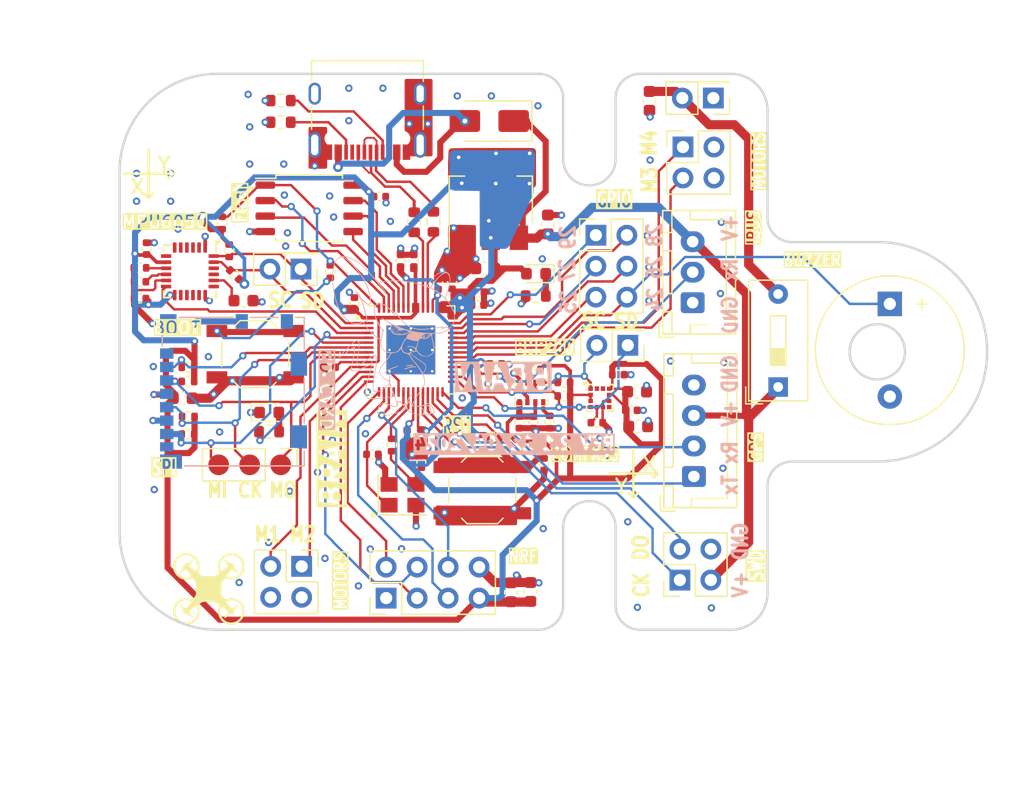
<source format=kicad_pcb>
(kicad_pcb (version 20240108) (generator "pcbnew") (generator_version "8.0")
  (layers (0 "F.Cu" signal) (1 "In1.Cu" power) (2 "In2.Cu" power) (31 "B.Cu" signal) (34 "B.Paste" user) (35 "F.Paste" user) (36 "B.SilkS" user "B.Silkscreen") (37 "F.SilkS" user "F.Silkscreen") (38 "B.Mask" user) (39 "F.Mask" user) (44 "Edge.Cuts" user))
  (net 0 "")
  (net 1 "VSS")
  (net 2 "NRST")
  (net 3 "+3V3")
  (net 4 "+BATT")
  (net 5 "USB_N")
  (net 6 "USB_P")
  (net 7 "/HSE_IN")
  (net 8 "LED_1")
  (net 9 "MPU_INT")
  (net 10 "QSPI_CS")
  (net 11 "Net-(U4-CPOUT)")
  (net 12 "Net-(U4-REGOUT)")
  (net 13 "Net-(D3-A)")
  (net 14 "QSPI_SD3")
  (net 15 "QSPI_CLK")
  (net 16 "QSPI_SD0")
  (net 17 "QSPI_SD2")
  (net 18 "QSPI_SD1")
  (net 19 "VBUS")
  (net 20 "SCL1")
  (net 21 "SDA0")
  (net 22 "SCL0")
  (net 36 "SDA1")
  (net 37 "Net-(U4-AD0)")
  (net 38 "/GPIO25")
  (net 39 "/USBD_P")
  (net 40 "/USBD_N")
  (net 41 "/HSE_OUT_R")
  (net 42 "VD")
  (net 43 "Net-(D2-K)")
  (net 45 "/NRF_RX")
  (net 46 "/NRF_TX")
  (net 47 "/NRF_CLK")
  (net 48 "/NRF_CS")
  (net 49 "/NRF_CE")
  (net 50 "/SDCARD-MOSI")
  (net 51 "/SDCARD-MISO")
  (net 52 "/SWDIO")
  (net 53 "/SWCLK")
  (net 54 "/PWM_1")
  (net 55 "/PWM_2")
  (net 56 "/PWM_4")
  (net 57 "/PWM_3")
  (net 58 "/UART1-RX")
  (net 59 "/HSE_OUT")
  (net 60 "Net-(U5-CSB)")
  (net 61 "Net-(U5-SDO)")
  (net 62 "/UART0-TX")
  (net 63 "/UART0-RX")
  (net 64 "/ADC_1")
  (net 65 "/ADC_2")
  (net 66 "/ADC_3")
  (net 67 "/ADC_4")
  (net 68 "Net-(U7-C1)")
  (net 70 "SDCARD-CLK")
  (net 72 "SDCARD-CS")
  (net 78 "/GPIO24")
  (net 81 "Net-(J3-CC1)")
  (net 82 "Net-(J3-CC2)")
  (net 83 "Net-(SW2-B)")
  (footprint "LED_SMD:LED_0603_1608Metric" (layer "F.Cu") (at 109.231511 61.7465 180)
    (property "Reference" "D2")
    (property "Value" "LED")
  )
  (footprint "Capacitor_SMD:C_0402_1005Metric" (layer "F.Cu") (at 98.665211 75.0815 -90)
    (property "Reference" "C16")
    (property "Value" "100nF")
  )
  (footprint "Resistor_SMD:R_0402_1005Metric" (layer "F.Cu") (at 84.517411 61.8227 -45)
    (property "Reference" "R7")
    (property "Value" "10K")
  )
  (footprint "Capacitor_SMD:C_0402_1005Metric" (layer "F.Cu") (at 115.960011 70.0269 180)
    (property "Reference" "C29" (hide yes))
    (property "Value" "100nF")
  )
  (footprint "Resistor_SMD:R_0402_1005Metric" (layer "F.Cu") (at 111.517611 70.6599 180)
    (property "Reference" "R16" (hide yes))
    (property "Value" "10K")
  )
  (footprint "Resistor_SMD:R_0402_1005Metric" (layer "F.Cu") (at 110.349211 73.9111 -90)
    (property "Reference" "R19" (hide yes))
    (property "Value" "10K")
  )
  (footprint "Capacitor_SMD:C_0402_1005Metric" (layer "F.Cu") (at 92.315211 69.4173 180)
    (property "Reference" "C14")
    (property "Value" "100nF")
  )
  (footprint "Capacitor_SMD:C_0402_1005Metric" (layer "F.Cu") (at 101.205211 62.5339 90)
    (property "Reference" "C21")
    (property "Value" "100nF")
  )
  (footprint "Capacitor_SMD:C_0402_1005Metric" (layer "F.Cu") (at 77.306411 59.6891 -90)
    (property "Reference" "C18")
    (property "Value" "10nF")
  )
  (footprint "Buzzer_Beeper:Buzzer_12x9.5RM7.6" (layer "F.Cu") (at 138.225011 64.2199 -90)
    (property "Reference" "BZ1")
    (property "Value" "Buzzer")
  )
  (footprint "Button_Switch_SMD:SW_SPST_TL3342" (layer "F.Cu") (at 86.225011 68.3449 180)
    (property "Reference" "SW2")
    (property "Value" "BOOT")
  )
  (footprint "Connector_PinHeader_2.54mm:PinHeader_1x03_P2.54mm_Vertical" (layer "F.Cu") (at 88.302011 77.4183 -90)
    (property "Reference" "J4")
    (property "Value" "SPI")
  )
  (footprint "Connector_PinHeader_2.54mm:PinHeader_2x03_P2.54mm_Vertical" (layer "F.Cu") (at 114.133811 58.5865)
    (property "Reference" "GPIO1")
    (property "Value" "Conn_02x03_Counter_Clockwise")
  )
  (footprint "Resistor_SMD:R_0603_1608Metric" (layer "F.Cu") (at 109.206211 63.5753 180)
    (property "Reference" "R5")
    (property "Value" "1K")
  )
  (footprint "Capacitor_SMD:C_0402_1005Metric" (layer "F.Cu") (at 104.486011 63.2573)
    (property "Reference" "C12")
    (property "Value" "100nF")
  )
  (footprint "Capacitor_SMD:C_0402_1005Metric" (layer "F.Cu") (at 96.430011 55.4219)
    (property "Reference" "C6")
    (property "Value" "100nF")
  )
  (footprint "Resistor_SMD:R_0603_1608Metric" (layer "F.Cu") (at 88.302011 49.3259)
    (property "Reference" "R21")
    (property "Value" "5K1")
  )
  (footprint "Capacitor_SMD:C_0402_1005Metric_Pad0.74x0.62mm_HandSolder" (layer "F.Cu") (at 99.216811 60.6797 90)
    (property "Reference" "C17")
    (property "Value" "1u")
  )
  (footprint "Resistor_SMD:R_0402_1005Metric" (layer "F.Cu") (at 109.079211 69.5931)
    (property "Reference" "R17" (hide yes))
    (property "Value" "10K")
  )
  (footprint "Button_Switch_THT:SW_DIP_SPSTx01_Slide_9.78x4.72mm_W7.62mm_P2.54mm" (layer "F.Cu") (at 129.075011 71.0374 90)
    (property "Reference" "SW3")
    (property "Value" "SW_SPST")
  )
  (footprint "Capacitor_SMD:C_0402_1005Metric" (layer "F.Cu") (at 105.929611 69.1379)
    (property "Reference" "C15" (hide yes))
    (property "Value" "100nF")
  )
  (footprint "MountingHole:MountingHole_4.3mm_M4" (layer "F.Cu") (at 82.440011 52.1199)
    (property "Reference" "H1" (hide yes))
    (property "Value" "MountingHole")
  )
  (footprint "Capacitor_SMD:C_0603_1608Metric" (layer "F.Cu") (at 117.600011 74.2699)
    (property "Reference" "C32")
    (property "Value" "4.7uF")
  )
  (footprint "Connector_PinHeader_2.54mm:PinHeader_2x04_P2.54mm_Vertical" (layer "F.Cu") (at 96.948011 88.3453 90)
    (property "Reference" "J2")
    (property "Value" "Conn_02x04_Odd_Even")
  )
  (footprint "Connector_PinHeader_2.54mm:PinHeader_2x01_P2.54mm_Vertical" (layer "F.Cu") (at 116.750011 67.6139 180)
    (property "Reference" "J6")
    (property "Value" "I2C1")
  )
  (footprint "Capacitor_SMD:C_0402_1005Metric" (layer "F.Cu") (at 107.860011 73.9339 90)
    (property "Reference" "C26" (hide yes))
    (property "Value" "100nF")
  )
  (footprint "Package_DFN_QFN:QFN-56-1EP_7x7mm_P0.4mm_EP4x4mm_ThermalVias" (layer "F.Cu") (at 98.967411 67.9971)
    (property "Reference" "U6")
    (property "Value" "RP2040")
  )
  (footprint "Connector_PinHeader_2.54mm:PinHeader_2x02_P2.54mm_Vertical" (layer "F.Cu") (at 121.271211 51.3579)
    (property "Reference" "J10")
    (property "Value" "PWM_R")
  )
  (footprint "Capacitor_SMD:C_0402_1005Metric" (layer "F.Cu") (at 99.833611 77.1643 -90)
    (property "Reference" "C2")
    (property "Value" "30pF")
  )
  (footprint "Capacitor_SMD:C_0603_1608Metric" (layer "F.Cu") (at 117.512011 71.4239)
    (property "Reference" "C4")
    (property "Value" "4.7uF")
  )
  (footprint "Resistor_SMD:R_0402_1005Metric" (layer "F.Cu") (at 83.501411 57.5809 90)
    (property "Reference" "R3" (hide yes))
    (property "Value" "10K")
  )
  (footprint "Capacitor_SMD:C_0402_1005Metric" (layer "F.Cu") (at 109.892011 77.3675 -90)
    (property "Reference" "C3")
    (property "Value" "100nF")
  )
  (footprint "Package_LGA:Bosch_LGA-8_2x2.5mm_P0.65mm_ClockwisePinNumbering" (layer "F.Cu") (at 108.845811 71.4795)
    (property "Reference" "U5")
    (property "Value" "BMP280")
  )
  (footprint "Capacitor_SMD:C_0603_1608Metric" (layer "F.Cu") (at 107.174211 87.8701 -90)
    (property "Reference" "C8")
    (property "Value" "22uF")
  )
  (footprint "Resistor_SMD:R_0603_1608Metric" (layer "F.Cu") (at 99.245011 57.5317 90)
    (property "Reference" "R9")
    (property "Value" "27")
  )
  (footprint "Connector_PinHeader_2.54mm:PinHeader_2x01_P2.54mm_Vertical" (layer "F.Cu") (at 123.760411 47.3447 180)
    (property "Reference" "J8")
    (property "Value" "5V")
  )
  (footprint "Capacitor_SMD:C_0402_1005Metric" (layer "F.Cu") (at 114.210011 73.9639)
    (property "Reference" "C30")
    (property "Value" "220nf")
  )
  (footprint "Resistor_SMD:R_0402_1005Metric" (layer "F.Cu") (at 80.705411 70.5857 180)
    (property "Reference" "R12")
    (property "Value" "10K")
  )
  (footprint "Diode_SMD:D_SMA" (layer "F.Cu") (at 105.396211 49.2243 180)
    (property "Reference" "D1")
    (property "Value" "D_Schottky")
  )
  (footprint "Button_Switch_SMD:SW_SPST_TL3342" (layer "F.Cu") (at 104.825011 79.4949 180)
    (property "Reference" "SW1")
    (property "Value" "RST")
  )
  (footprint "Resistor_SMD:R_0402_1005Metric" (layer "F.Cu") (at 80.707411 74.9037 180)
    (property "Reference" "R14")
    (property "Value" "10K")
  )
  (footprint "Capacitor_SMD:C_0402_1005Metric" (layer "F.Cu") (at 117.032011 72.9479)
    (property "Reference" "C28" (hide yes))
    (property "Value" "100nF")
  )
  (footprint "Connector_JST:JST_XH_B4B-XH-A_1x04_P2.50mm_Vertical" (layer "F.Cu") (at 122.168611 78.3743 90)
    (property "Reference" "UART1")
    (property "Value" "Conn_02x02_Odd_Even")
  )
  (footprint "Capacitor_SMD:C_0603_1608Metric" (layer "F.Cu") (at 105.066011 61.3147 180)
    (property "Reference" "C9")
    (property "Value" "22uF")
  )
  (footprint "Package_LGA:LGA-12_2x2mm_P0.5mm" (layer "F.Cu") (at 114.464011 71.9319)
    (property "Reference" "U7")
    (property "Value" "LSM303AGR")
  )
  (footprint "Capacitor_SMD:C_0402_1005Metric" (layer "F.Cu") (at 95.820411 76.5547 180)
    (property "Reference" "C1" (hide yes))
    (property "Value" "30pF")
  )
  (footprint "Capacitor_SMD:C_0402_1005Metric" (layer "F.Cu") (at 94.347211 64.1875 90)
    (property "Reference" "C13")
    (property "Value" "100nF")
  )
  (footprint "LOGO" (layer "F.Cu") (at 82.409211 87.5783)
    (property "Reference" "G***")
    (property "Value" "LOGO" (hide yes))
  )
  (footprint "Resistor_SMD:R_0402_1005Metric" (layer "F.Cu") (at 111.517611 71.7775 180)
    (property "Reference" "R15" (hide yes))
    (property "Value" "10K")
  )
  (footprint "Connector_PinHeader_2.54mm:PinHeader_2x01_P2.54mm_Vertical" (layer "F.Cu") (at 89.958011 61.3655 180)
    (property "Reference" "J7")
    (property "Value" "I2C0")
  )
  (footprint "Capacitor_SMD:C_0402_1005Metric" (layer "F.Cu") (at 76.773011 62.4069 180)
    (property "Reference" "C22")
    (property "Value" "100nF")
  )
  (footprint "Capacitor_SMD:C_0402_1005Metric" (layer "F.Cu") (at 109.028411 73.9391 90)
    (property "Reference" "C27" (hide yes))
    (property "Value" "1uF")
  )
  (footprint "Resistor_SMD:R_0603_1608Metric" (layer "F.Cu") (at 100.819811 57.4931 90)
    (property "Reference" "R10")
    (property "Value" "27")
  )
  (footprint "Resistor_SMD:R_0402_1005Metric" (layer "F.Cu") (at 92.366011 61.5687 90)
    (property "Reference" "R2")
    (property "Value" "1K")
  )
  (footprint "Capacitor_SMD:C_0603_1608Metric" (layer "F.Cu") (at 108.774411 87.8447 90)
    (property "Reference" "C7")
    (property "Value" "4.7uF")
  )
  (footprint "Capacitor_SMD:C_0402_1005Metric" (layer "F.Cu") (at 76.773011 63.7785)
    (property "Reference" "C20")
    (property "Value" "100nF")
  )
  (footprint "Capacitor_SMD:C_0402_1005Metric" (layer "F.Cu") (at 104.460611 64.3241)
    (property "Reference" "C10")
    (property "Value" "100nF")
  )
  (footprint "Capacitor_SMD:C_0402_1005Metric" (layer "F.Cu") (at 102.348211 62.5085 90)
    (property "Reference" "C11")
    (property "Value" "100nF")
  )
  (footprint "Package_TO_SOT_SMD:SOT-223-3_TabPin2" (layer "F.Cu") (at 105.523211 55.6505 90)
    (property "Reference" "U2")
    (property "Value" "AMS1117-3.3")
  )
  (footprint "MountingHole:MountingHole_4.3mm_M4" (layer "F.Cu") (at 82.440011 82.6199)
    (property "Reference" "H4" (hide yes))
    (property "Value" "MountingHole")
  )
  (footprint "Resistor_SMD:R_0402_1005Metric" (layer "F.Cu") (at 84.085611 59.8649 90)
    (property "Reference" "R6")
    (property "Value" "10K")
  )
  (footprint "LED_SMD:LED_0603_1608Metric" (layer "F.Cu") (at 87.362211 73.1257)
    (property "Reference" "D3" (hide yes))
    (property "Value" "LED")
  )
  (footprint "Capacitor_SMD:C_0603_1608Metric" (layer "F.Cu") (at 85.254011 63.9563)
    (property "Reference" "C24")
    (property "Value" "2.2nF")
  )
  (footprint "Sensor_Motion:InvenSense_QFN-24_4x4mm_P0.5mm_NoMask" (layer "F.Cu") (at 80.865611 61.5487 -90)
    (property "Reference" "U4")
    (property "Value" "MPU-6050")
  )
  (footprint "Resistor_SMD:R_0603_1608Metric" (layer "F.Cu") (at 88.302011 47.5479)
    (property "Reference" "R20")
    (property "Value" "5K1")
  )
  (footprint "Capacitor_SMD:C_0402_1005Metric_Pad0.74x0.62mm_HandSolder" (layer "F.Cu") (at 98.124611 60.6797 90)
    (property "Reference" "C19")
    (property "Value" "1uF")
  )
  (footprint "Resistor_SMD:R_0402_1005Metric" (layer "F.Cu") (at 105.675611 75.1323)
    (property "Reference" "R1" (hide yes))
    (property "Value" "10K")
  )
  (footprint "Connector_PinHeader_2.54mm:PinHeader_2x02_P2.54mm_Vertical" (layer "F.Cu") (at 121.017211 86.8671 90)
    (property "Reference" "J5")
    (property "Value" "SWD")
  )
  (footprint "Capacitor_SMD:C_0603_1608Metric" (layer "F.Cu") (at 110.196811 57.7079 90)
    (property "Reference" "C5")
    (property "Value" "22uF")
  )
  (footprint "Capacitor_SMD:C_0603_1608Metric" (layer "F.Cu") (at 118.528011 47.5733 -90)
    (property "Reference" "C31")
    (property "Value" "22uF")
  )
  (footprint "Resistor_SMD:R_0402_1005Metric" (layer "F.Cu") (at 76.773011 61.2639 180)
    (property "Reference" "R8" (hide yes))
    (property "Value" "2.2K")
  )
  (footprint "Connector_PinHeader_2.54mm:PinHeader_2x02_P2.54mm_Vertical" (layer "F.Cu") (at 90.024211 85.7445 -90)
    (property "Reference" "J9")
    (property "Value" "PWM_L")
  )
  (footprint "Connector_USB:USB_C_Receptacle_G-Switch_GT-USB-7010ASV" (layer "F.Cu") (at 95.414011 48.0559 180)
    (property "Reference" "J3")
    (property "Value" "USB_C_Receptacle_USB2.0_16P")
  )
  (footprint "Package_SO:SOIC-8_5.23x5.23mm_P1.27mm" (layer "F.Cu") (at 90.638811 56.3871)
    (property "Reference" "U1")
    (property "Value" "W25Q128JVS")
  )
  (footprint "Resistor_SMD:R_0603_1608Metric" (layer "F.Cu") (at 87.350011 74.7005)
    (property "Reference" "R18")
    (property "Value" "1k")
  )
  (footprint "Capacitor_SMD:C_0603_1608Metric" (layer "F.Cu") (at 80.275611 71.9573)
    (property "Reference" "C25")
    (property "Value" "10u")
  )
  (footprint "Resistor_SMD:R_0402_1005Metric" (layer "F.Cu") (at 80.707411 69.4173 180)
    (property "Reference" "R11")
    (property "Value" "10K")
  )
  (footprint "Connector_JST:JST_XH_B3B-XH-AM_1x03_P2.50mm_Vertical" (layer "F.Cu") (at 122.067011 64.1195 90)
    (property "Reference" "J11")
    (property "Value" "Conn_01x03")
  )
  (footprint "Resistor_SMD:R_0402_1005Metric" (layer "F.Cu") (at 80.732811 73.4559 180)
    (property "Reference" "R13")
    (property "Value" "10K")
  )
  (footprint "Resistor_SMD:R_0402_1005Metric" (layer "F.Cu") (at 97.395211 75.7927 -90)
    (property "Reference" "R4" (hide yes))
    (property "Value" "1K")
  )
  (footprint "Crystal:Crystal_SMD_3225-4Pin_3.2x2.5mm" (layer "F.Cu") (at 98.287011 79.8771)
    (property "Reference" "Y1")
    (property "Value" "Crystal_GND24")
  )
  (footprint "Capacitor_SMD:C_0402_1005Metric" (layer "F.Cu") (at 99.782811 75.0079 -90)
    (property "Reference" "C23")
    (property "Value" "100nF")
  )
  (footprint "Connector_Card:microSD_HC_Molex_104031-0811" (layer "B.Cu") (at 84.415811 71.3985 -90)
    (property "Reference" "J12")
    (property "Value" "Micro_SD_Card")
  )
  (footprint "LOGO" (layer "B.Cu") (at 97.55 66.825 180)
    (property "Reference" "G***")
    (property "Value" "LOGO" (hide yes))
  )
  (gr_line (start 117.207211 80.1295) (end 117.562811 79.7551) (stroke (width 0.2)) (layer "F.SilkS"))
  (gr_circle (center 83.120411 59.1303) (end 83.120411 59.1553) (stroke (width 0.2)) (fill none) (layer "F.SilkS"))
  (gr_circle (center 85.813211 54.7361) (end 85.813211 54.7611) (stroke (width 0.2)) (fill none) (layer "F.SilkS"))
  (gr_line (start 117.207211 80.1295) (end 117.207211 76.1295) (stroke (width 0.2)) (layer "F.SilkS"))
  (gr_line (start 77.481611 55.5423) (end 77.126011 55.1679) (stroke (width 0.2)) (layer "F.SilkS"))
  (gr_circle (center 106.996811 70.2555) (end 106.996811 70.2805) (stroke (width 0.2)) (fill none) (layer "F.SilkS"))
  (gr_circle (center 94.627011 65.3533) (end 94.627011 65.3783) (stroke (width 0.2)) (fill none) (layer "F.SilkS"))
  (gr_line (start 119.207211 78.1295) (end 118.832811 78.4851) (stroke (width 0.2)) (layer "F.SilkS"))
  (gr_circle (center 95.871211 81.5331) (end 95.871211 81.5581) (stroke (width 0.2)) (fill none) (layer "F.SilkS"))
  (gr_line (start 75.481611 53.5423) (end 79.481611 53.5423) (stroke (width 0.2)) (layer "F.SilkS"))
  (gr_line (start 117.207211 80.1295) (end 116.851611 79.7551) (stroke (width 0.2)) (layer "F.SilkS"))
  (gr_line (start 79.481611 53.5423) (end 79.107211 53.1867) (stroke (width 0.2)) (layer "F.SilkS"))
  (gr_line (start 115.207211 78.1295) (end 119.207211 78.1295) (stroke (width 0.2)) (layer "F.SilkS"))
  (gr_line (start 119.207211 78.1295) (end 118.832811 77.7739) (stroke (width 0.2)) (layer "F.SilkS"))
  (gr_line (start 79.481611 53.5423) (end 79.107211 53.8979) (stroke (width 0.2)) (layer "F.SilkS"))
  (gr_line (start 77.481611 55.5423) (end 77.837211 55.1679) (stroke (width 0.2)) (layer "F.SilkS"))
  (gr_line (start 77.481611 55.5423) (end 77.481611 51.5423) (stroke (width 0.2)) (layer "F.SilkS"))
  (gr_arc (start 130.2 59.15) (mid 128.788141 58.566553) (end 128.200011 57.156633) (stroke (width 0.2)) (layer "Edge.Cuts"))
  (gr_arc (start 128.200011 79.15) (mid 128.785797 77.735786) (end 130.200011 77.15) (stroke (width 0.2)) (layer "Edge.Cuts"))
  (gr_line (start 109.450011 90.944858) (end 83.1008 90.944858) (stroke (width 0.2)) (layer "Edge.Cuts"))
  (gr_arc (start 111.450011 88.9449) (mid 110.864225 90.359114) (end 109.450011 90.944858) (stroke (width 0.2)) (layer "Edge.Cuts"))
  (gr_arc (start 109.45 45.355142) (mid 110.86902 45.945775) (end 111.450011 47.368764) (stroke (width 0.2)) (layer "Edge.Cuts"))
  (gr_line (start 137.2 77.15) (end 130.200011 77.15) (stroke (width 0.2)) (layer "Edge.Cuts"))
  (gr_line (start 128.200011 48.371813) (end 128.200011 57.156633) (stroke (width 0.2)) (layer "Edge.Cuts"))
  (gr_arc (start 137.2 59.15) (mid 146.200011 68.15) (end 137.2 77.15) (stroke (width 0.2)) (layer "Edge.Cuts"))
  (gr_arc (start 83.1008 90.944858) (mid 77.443932 88.601712) (end 75.1008 82.944858) (stroke (width 0.2)) (layer "Edge.Cuts"))
  (gr_line (start 83.10073 45.355142) (end 109.45 45.355142) (stroke (width 0.2)) (layer "Edge.Cuts"))
  (gr_line (start 111.450011 82.54486) (end 111.450011 88.9449) (stroke (width 0.2)) (layer "Edge.Cuts"))
  (gr_line (start 75.1008 82.944858) (end 75.1008 53.35507) (stroke (width 0.2)) (layer "Edge.Cuts"))
  (gr_arc (start 115.750011 47.3551) (mid 116.335797 45.940886) (end 117.750011 45.355142) (stroke (width 0.2)) (layer "Edge.Cuts"))
  (gr_line (start 128.200011 79.15) (end 128.200011 87.9449) (stroke (width 0.2)) (layer "Edge.Cuts"))
  (gr_arc (start 117.75 90.944858) (mid 116.32992 90.353136) (end 115.750011 88.928187) (stroke (width 0.2)) (layer "Edge.Cuts"))
  (gr_arc (start 125.2 45.355142) (mid 127.327205 46.239746) (end 128.200011 48.371813) (stroke (width 0.2)) (layer "Edge.Cuts"))
  (gr_line (start 115.750011 52.355142) (end 115.750011 47.3551) (stroke (width 0.2)) (layer "Edge.Cuts"))
  (gr_line (start 111.450011 47.368764) (end 111.450011 52.355142) (stroke (width 0.2)) (layer "Edge.Cuts"))
  (gr_arc (start 111.450011 82.54486) (mid 113.600011 80.394858) (end 115.750011 82.54486) (stroke (width 0.2)) (layer "Edge.Cuts"))
  (gr_line (start 125.200011 90.944858) (end 117.75 90.944858) (stroke (width 0.2)) (layer "Edge.Cuts"))
  (gr_line (start 130.2 59.15) (end 137.2 59.15) (stroke (width 0.2)) (layer "Edge.Cuts"))
  (gr_arc (start 128.200011 87.9449) (mid 127.321331 90.06622) (end 125.200011 90.944858) (stroke (width 0.2)) (layer "Edge.Cuts"))
  (gr_line (start 117.750011 45.355142) (end 125.2 45.355142) (stroke (width 0.2)) (layer "Edge.Cuts"))
  (gr_circle (center 137.200011 68.15) (end 139.466727 68.15) (stroke (width 0.2)) (fill none) (layer "Edge.Cuts"))
  (gr_arc (start 75.1008 53.35507) (mid 77.443926 47.698268) (end 83.10073 45.355142) (stroke (width 0.2)) (layer "Edge.Cuts"))
  (gr_line (start 115.750011 88.928187) (end 115.750011 82.54486) (stroke (width 0.2)) (layer "Edge.Cuts"))
  (gr_arc (start 115.750011 52.355142) (mid 113.600011 54.505142) (end 111.450011 52.355142) (stroke (width 0.2)) (layer "Edge.Cuts"))
  (gr_text "28" (at 119.6492 59.6918 90) (layer "B.SilkS") (effects (font (size 1.2 1) (thickness 0.3) (bold yes)) (justify right bottom mirror)))
  (gr_text "25" (at 112.588 65.1782 90) (layer "B.SilkS") (effects (font (size 1.2 1) (thickness 0.3) (bold yes)) (justify right bottom mirror)))
  (gr_text "SD CARD" (at 92.131 71.2776 90) (layer "B.SilkS" knockout) (effects (font (size 1 1)) (justify mirror)))
  (gr_text "+V" (at 125.825 59.197 90) (layer "B.SilkS") (effects (font (size 1.2 1) (thickness 0.3) (bold yes)) (justify right bottom mirror)))
  (gr_text "REV 2.1 12/04/2024" (at 115.8292 76.256 0) (layer "B.SilkS" knockout) (effects (font (size 1 1) (thickness 0.25) (bold yes)) (justify left bottom mirror)))
  (gr_text "Rx" (at 125.825 77.485 90) (layer "B.SilkS") (effects (font (size 1.2 1) (thickness 0.3) (bold yes)) (justify right bottom mirror)))
  (gr_text "29" (at 112.5372 59.895 90) (layer "B.SilkS") (effects (font (size 1.2 1) (thickness 0.3) (bold yes)) (justify right bottom mirror)))
  (gr_text "26" (at 119.6492 62.3334 90) (layer "B.SilkS") (effects (font (size 1.2 1) (thickness 0.3) (bold yes)) (justify right bottom mirror)))
  (gr_text "27" (at 112.4864 62.5874 90) (layer "B.SilkS") (effects (font (size 1.2 1) (thickness 0.3) (bold yes)) (justify right bottom mirror)))
  (gr_text "Rx" (at 125.825 62.499 90) (layer "B.SilkS") (effects (font (size 1.2 1) (thickness 0.3) (bold yes)) (justify right bottom mirror)))
  (gr_text "GND" (at 125.825 71.643 90) (layer "B.SilkS") (effects (font (size 1.2 1) (thickness 0.3) (bold yes)) (justify right bottom mirror)))
  (gr_text "24" (at 119.7 64.975 90) (layer "B.SilkS") (effects (font (size 1.2 1) (thickness 0.3) (bold yes)) (justify right bottom mirror)))
  (gr_text "Tx" (at 125.825 80.025 90) (layer "B.SilkS") (effects (font (size 1.2 1) (thickness 0.3) (bold yes)) (justify right bottom mirror)))
  (gr_text "GND" (at 125.825 66.817 90) (layer "B.SilkS") (effects (font (size 1.2 1) (thickness 0.3) (bold yes)) (justify right bottom mirror)))
  (gr_text "GND" (at 126.675 85.4 90) (layer "B.SilkS") (effects (font (size 1.2 1) (thickness 0.3) (bold yes)) (justify right bottom mirror)))
  (gr_text "+V" (at 126.675 88.448 90) (layer "B.SilkS") (effects (font (size 1.2 1) (thickness 0.3) (bold yes)) (justify right bottom mirror)))
  (gr_text "BRAIN" (at 106.6344 70.287 0) (layer "B.SilkS" knockout) (effects (font (size 1.8 1.8) (thickness 0.3) (italic yes)) (justify mirror)))
  (gr_text "+V" (at 125.825 74.437 90) (layer "B.SilkS") (effects (font (size 1.2 1) (thickness 0.3) (bold yes)) (justify right bottom mirror)))
  (gr_text "SD" (at 89.775211 64.6675 0) (layer "F.SilkS") (effects (font (size 1.2 1) (thickness 0.3) (bold yes)) (justify left bottom)))
  (gr_text "MI" (at 82.155211 80.2123 0) (layer "F.SilkS") (effects (font (size 1.2 1) (thickness 0.3) (bold yes)) (justify left bottom)))
  (gr_text "MOTORS" (at 93.229611 86.9179 90) (layer "F.SilkS" knockout) (effects (font (size 1 0.8))))
  (gr_text "M1" (at 86.016011 83.8191 0) (layer "F.SilkS") (effects (font (size 1.2 1) (thickness 0.3) (bold yes)) (justify left bottom)))
  (gr_text "X" (at 117.816811 78.0787 0) (layer "F.SilkS") (effects (font (size 1.2 1.2) (thickness 0.2) (bold yes)) (justify left bottom)))
  (gr_text "X" (at 75.856011 55.3203 0) (layer "F.SilkS") (effects (font (size 1.2 1.2) (thickness 0.2) (bold yes)) (justify left bottom)))
  (gr_text "BUZZER" (at 131.863011 60.6289 0) (layer "F.SilkS" knockout) (effects (font (size 1 0.8))))
  (gr_text "IBUS" (at 127.075011 57.9699 90) (layer "F.SilkS" knockout) (effects (font (size 1 0.8))))
  (gr_text "NRF" (at 108.164811 84.9367 0) (layer "F.SilkS" knockout) (effects (font (size 1 0.8))))
  (gr_text "M2" (at 88.911611 83.8191 0) (layer "F.SilkS") (effects (font (size 1.2 1) (thickness 0.3) (bold yes)) (justify left bottom)))
  (gr_text "Flash" (at 85.000011 55.9299 90) (layer "F.SilkS" knockout) (effects (font (size 1 0.8) (thickness 0.2))))
  (gr_text "SC" (at 87.133611 64.6167 0) (layer "F.SilkS") (effects (font (size 1.2 1) (thickness 0.3) (bold yes)) (justify left bottom)))
  (gr_text "GPIO" (at 115.632411 55.6759 0) (layer "F.SilkS" knockout) (effects (font (size 1.2 0.8) (thickness 0.2))))
  (gr_text "M4" (at 119.188411 52.2215 90) (layer "F.SilkS") (effects (font (size 1.2 1) (thickness 0.3) (bold yes)) (justify left bottom)))
  (gr_text "SPI" (at 78.751611 77.6723 0) (layer "F.SilkS" knockout) (effects (font (size 1.2 0.8) (thickness 0.2))))
  (gr_text "MPU6050" (at 78.802411 57.5047 0) (layer "F.SilkS" knockout) (effects (font (size 1 1))))
  (gr_text "BRAIN" (at 92.569211 77.0119 90) (layer "F.SilkS" knockout) (effects (font (size 1.8 1.8) (thickness 0.3) (italic yes))))
  (gr_text "SWD" (at 127.265611 85.6987 90) (layer "F.SilkS" knockout) (effects (font (size 1.2 0.8) (thickness 0.2))))
  (gr_text "DO" (at 118.528011 85.3939 90) (layer "F.SilkS") (effects (font (size 1.2 1) (thickness 0.3) (bold yes)) (justify left bottom)))
  (gr_text "SD" (at 115.480011 66.3439 0) (layer "F.SilkS") (effects (font (size 1.2 1) (thickness 0.3) (bold yes)) (justify left bottom)))
  (gr_text "Y" (at 115.581611 79.9075 0) (layer "F.SilkS") (effects (font (size 1.2 1.2) (thickness 0.2) (bold yes)) (justify left bottom)))
  (gr_text "Y" (at 78.091211 53.4915 0) (layer "F.SilkS") (effects (font (size 1.2 1.2) (thickness 0.2) (bold yes)) (justify left bottom)))
  (gr_text "CK" (at 118.578811 88.4419 90) (layer "F.SilkS") (effects (font (size 1.2 1) (thickness 0.3) (bold yes)) (justify left bottom)))
  (gr_text "CK" (at 84.644411 80.2123 0) (layer "F.SilkS") (effects (font (size 1.2 1) (thickness 0.3) (bold yes)) (justify left bottom)))
  (gr_text "SC" (at 112.838411 66.2931 0) (layer "F.SilkS") (effects (font (size 1.2 1) (thickness 0.3) (bold yes)) (justify left bottom)))
  (gr_text "M3" (at 119.239211 55.2695 90) (layer "F.SilkS") (effects (font (size 1.2 1) (thickness 0.3) (bold yes)) (justify left bottom)))
  (gr_text "MO" (at 87.235211 80.2123 0) (layer "F.SilkS") (effects (font (size 1.2 1) (thickness 0.3) (bold yes)) (justify left bottom)))
  (gr_text "MOTORS" (at 127.519611 52.5263 90) (layer "F.SilkS" knockout) (effects (font (size 1 0.8))))
  (gr_text "RST" (at 102.678411 74.2179 0) (layer "F.SilkS" knockout) (effects (font (size 1.2 0.8))))
  (gr_text "BMP280" (at 109.942811 67.8171 0) (layer "F.SilkS" knockout) (effects (font (size 1 0.8) (thickness 0.2))))
  (gr_text "COMPASS" (at 113.244811 76.5547 0) (layer "F.SilkS" knockout) (effects (font (size 1 0.8))))
  (gr_text "GPS" (at 127.275011 75.9699 90) (layer "F.SilkS" knockout) (effects (font (size 1 0.8))))
  (gr_text "BOOT" (at 79.767611 66.1915 0) (layer "F.SilkS" knockout) (effects (font (size 1 1))))
  (segment (start 105.573211 63.2095) (end 104.963211 63.2095) (width 0.5) (layer "F.Cu") (net 1))
  (segment (start 91.835211 70.0041) (end 91.835211 69.4173) (width 0.75) (layer "F.Cu") (net 1))
  (segment (start 76.293011 63.7277) (end 76.293011 63.0927) (width 0.5) (layer "F.Cu") (net 1))
  (segment (start 104.963211 63.2095) (end 104.963211 64.2095) (width 0.5) (layer "F.Cu") (net 1))
  (segment (start 77.938811 59.2065) (end 77.509611 59.2065) (width 0.5) (layer "F.Cu") (net 1))
  (segment (start 88.211011 70.2449) (end 88.200411 70.2555) (width 0.5) (layer "F.Cu") (net 1))
  (segment (start 99.401811 82.4475) (end 99.387011 82.4327) (width 0.5) (layer "F.Cu") (net 1))
  (segment (start 76.293011 62.4069) (end 76.293011 61.2939) (width 0.5) (layer "F.Cu") (net 1))
  (segment (start 85.762011 58.2921) (end 87.038811 58.2921) (width 0.5) (layer "F.Cu") (net 1))
  (segment (start 89.091611 70.5283) (end 83.914411 70.5283) (width 0.75) (layer "F.Cu") (net 1))
  (segment (start 107.860011 74.4139) (end 109.023211 74.4139) (width 0.5) (layer "F.Cu") (net 1))
  (segment (start 78.027611 62.3689) (end 78.027611 62.9277) (width 0.2) (layer "F.Cu") (net 1))
  (segment (start 78.027611 62.9277) (end 77.862611 63.0927) (width 0.2) (layer "F.Cu") (net 1))
  (segment (start 107.867811 70.3649) (end 107.867811 71.1965) (width 0.3) (layer "F.Cu") (net 1))
  (segment (start 107.402811 69.8999) (end 107.867811 70.3649) (width 0.3) (layer "F.Cu") (net 1))
  (segment (start 107.029011 69.1811) (end 106.493011 69.1811) (width 0.5) (layer "F.Cu") (net 1))
  (segment (start 96.342011 76.5963) (end 96.300411 76.5547) (width 0.5) (layer "F.Cu") (net 1))
  (segment (start 98.614011 51.7809) (end 99.134011 51.7809) (width 0.5) (layer "F.Cu") (net 1))
  (segment (start 107.180811 81.2471) (end 106.608811 81.2471) (width 0.5) (layer "F.Cu") (net 1))
  (segment (start 107.783811 87.0697) (end 107.783811 86.6131) (width 0.5) (layer "F.Cu") (net 1))
  (segment (start 97.962011 70.5021) (end 97.212011 69.7521) (width 0.2) (layer "F.Cu") (net 1))
  (segment (start 82.115611 63.945545) (end 82.115611 63.4987) (width 0.2) (layer "F.Cu") (net 1))
  (segment (start 115.226011 74.4999) (end 114.690011 73.9639) (width 0.5) (layer "F.Cu") (net 1))
  (segment (start 86.574711 73.1257) (end 85.838211 73.1257) (width 0.5) (layer "F.Cu") (net 1))
  (segment (start 114.690011 73.9639) (end 114.690011 72.9724) (width 0.2) (layer "F.Cu") (net 1))
  (segment (start 78.915611 62.2987) (end 78.097811 62.2987) (width 0.2) (layer "F.Cu") (net 1))
  (segment (start 111.058411 74.4191) (end 111.060411 74.4211) (width 0.5) (layer "F.Cu") (net 1))
  (segment (start 108.381211 63.5753) (end 108.381211 63.8415) (width 0.5) (layer "F.Cu") (net 1))
  (segment (start 100.712011 69.7521) (end 98.962011 69.7521) (width 0.2) (layer "F.Cu") (net 1))
  (segment (start 109.892011 77.8475) (end 109.892011 78.5359) (width 0.5) (layer "F.Cu") (net 1))
  (segment (start 109.028411 74.4191) (end 111.058411 74.4191) (width 0.5) (layer "F.Cu") (net 1))
  (segment (start 114.714011 72.6944) (end 114.714011 72.2439) (width 0.2) (layer "F.Cu") (net 1))
  (segment (start 118.020011 72.9479) (end 117.512011 72.9479) (width 0.5) (layer "F.Cu") (net 1))
  (segment (start 108.381211 63.8415) (end 108.012411 64.2103) (width 0.5) (layer "F.Cu") (net 1))
  (segment (start 82.115611 58.6843) (end 82.115611 59.7993) (width 0.3) (layer "F.Cu") (net 1))
  (segment (start 96.342011 77.2151) (end 96.342011 76.5963) (width 0.5) (layer "F.Cu") (net 1))
  (segment (start 82.485411 71.9573) (end 82.815611 71.6271) (width 0.75) (layer "F.Cu") (net 1))
  (segment (start 76.293011 63.0927) (end 76.293011 62.4069) (width 0.5) (layer "F.Cu") (net 1))
  (segment (start 97.962011 71.4521) (end 97.962011 70.5021) (width 0.2) (layer "F.Cu") (net 1))
  (segment (start 114.776011 72.1819) (end 115.226511 72.1819) (width 0.2) (layer "F.Cu") (net 1))
  (segment (start 115.226011 74.7259) (end 115.226011 74.4999) (width 0.5) (layer "F.Cu") (net 1))
  (segment (start 109.434211 87.0697) (end 109.460211 87.0957) (width 0.5) (layer "F.Cu") (net 1))
  (segment (start 109.892011 78.5359) (end 107.180811 81.2471) (width 0.5) (layer "F.Cu") (net 1))
  (segment (start 99.134011 51.7809) (end 99.734011 51.1809) (width 0.5) (layer "F.Cu") (net 1))
  (segment (start 111.301411 56.9329) (end 111.314411 56.9459) (width 0.2) (layer "F.Cu") (net 1))
  (segment (start 91.858011 70.0269) (end 91.835211 70.0041) (width 0.75) (layer "F.Cu") (net 1))
  (segment (start 86.778011 64.0579) (end 86.130611 64.0579) (width 0.5) (layer "F.Cu") (net 1))
  (segment (start 118.287011 70.9029) (end 118.287011 71.4239) (width 0.5) (layer "F.Cu") (net 1))
  (segment (start 107.783811 87.0697) (end 105.832411 87.0697) (width 0.75) (layer "F.Cu") (net 1))
  (segment (start 109.023211 74.4139) (end 109.028411 74.4191) (width 0.5) (layer "F.Cu") (net 1))
  (segment (start 111.060411 74.4211) (end 110.349211 74.4211) (width 0.5) (layer "F.Cu") (net 1))
  (segment (start 105.832411 87.0697) (end 104.568011 85.8053) (width 0.75) (layer "F.Cu") (net 1))
  (segment (start 108.774411 87.0697) (end 107.783811 87.0697) (width 0.75) (layer "F.Cu") (net 1))
  (segment (start 96.938011 55.9299) (end 96.938011 55.4499) (width 0.3) (layer "F.Cu") (net 1))
  (segment (start 76.293011 61.2939) (end 76.263011 61.2639) (width 0.5) (layer "F.Cu") (net 1))
  (segment (start 105.623211 63.1595) (end 105.573211 63.2095) (width 0.3) (layer "F.Cu") (net 1))
  (segment (start 117.512011 72.9479) (end 117.484011 72.9479) (width 0.5) (layer "F.Cu") (net 1))
  (segment (start 114.714011 72.2439) (end 114.776011 72.1819) (width 0.2) (layer "F.Cu") (net 1))
  (segment (start 99.249411 60.1921) (end 98.106411 60.1921) (width 0.5) (layer "F.Cu") (net 1))
  (segment (start 89.375011 70.2449) (end 89.091611 70.5283) (width 0.75) (layer "F.Cu") (net 1))
  (segment (start 105.473211 64.2095) (end 104.903211 64.2095) (width 0.5) (layer "F.Cu") (net 1))
  (segment (start 77.862611 63.0927) (end 76.293011 63.0927) (width 0.2) (layer "F.Cu") (net 1))
  (segment (start 108.774411 87.0697) (end 109.434211 87.0697) (width 0.5) (layer "F.Cu") (net 1))
  (segment (start 114.690011 72.7184) (end 114.714011 72.6944) (width 0.2) (layer "F.Cu") (net 1))
  (segment (start 96.867011 78.7071) (end 97.187011 79.0271) (width 0.5) (layer "F.Cu") (net 1))
  (segment (start 78.097811 62.2987) (end 78.027611 62.3689) (width 0.2) (layer "F.Cu") (net 1))
  (segment (start 107.783811 86.6131) (end 107.631411 86.4607) (width 0.5) (layer "F.Cu") (net 1))
  (segment (start 86.130611 64.0579) (end 86.029011 63.9563) (width 0.5) (layer "F.Cu") (net 1))
  (segment (start 117.008543 70.0269) (end 116.440011 70.0269) (width 0.5) (layer "F.Cu") (net 1))
  (segment (start 105.523211 64.1595) (end 105.473211 64.2095) (width 0.5) (layer "F.Cu") (net 1))
  (segment (start 99.249411 60.1921) (end 99.249411 59.6561) (width 0.5) (layer "F.Cu") (net 1))
  (segment (start 83.914411 70.5283) (end 82.815611 71.6271) (width 0.75) (layer "F.Cu") (net 1))
  (segment (start 98.106411 60.1921) (end 98.106411 59.6561) (width 0.5) (layer "F.Cu") (net 1))
  (segment (start 77.306411 59.2091) (end 77.309011 59.2065) (width 0.5) (layer "F.Cu") (net 1))
  (segment (start 81.050611 71.9573) (end 82.485411 71.9573) (width 0.75) (layer "F.Cu") (net 1))
  (segment (start 108.517811 71.8465) (end 108.517811 72.2715) (width 0.3) (layer "F.Cu") (net 1))
  (segment (start 96.342011 77.2151) (end 96.867011 77.7401) (width 0.5) (layer "F.Cu") (net 1))
  (segment (start 107.867811 71.1965) (end 108.517811 71.8465) (width 0.3) (layer "F.Cu") (net 1))
  (segment (start 110.196811 56.9329) (end 111.301411 56.9329) (width 0.5) (layer "F.Cu") (net 1))
  (segment (start 76.293011 64.3425) (end 76.293011 63.7277) (width 0.5) (layer "F.Cu") (net 1))
  (segment (start 96.867011 77.7401) (end 96.867011 78.7071) (width 0.5) (layer "F.Cu") (net 1))
  (segment (start 96.938011 55.4499) (end 96.910011 55.4219) (width 0.3) (layer "F.Cu") (net 1))
  (segment (start 82.460011 63.9563) (end 82.126366 63.9563) (width 0.2) (layer "F.Cu") (net 1))
  (segment (start 89.375011 70.2449) (end 88.211011 70.2449) (width 0.5) (layer "F.Cu") (net 1))
  (segment (start 82.126366 63.9563) (end 82.115611 63.945545) (width 0.2) (layer "F.Cu") (net 1))
  (segment (start 99.387011 82.4327) (end 99.387011 80.7271) (width 0.5) (layer "F.Cu") (net 1))
  (segment (start 77.786411 65.8359) (end 76.293011 64.3425) (width 0.5) (layer "F.Cu") (net 1))
  (via (at 77.938811 59.2065) (size 0.6) (drill 0.3) (layers "F.Cu" "B.Cu") (net 1))
  (via (at 117.537411 89.1023) (size 0.6) (drill 0.3) (layers "F.Cu" "B.Cu") (net 1))
  (via (at 117.008543 70.0269) (size 0.6) (drill 0.3) (layers "F.Cu" "B.Cu") (net 1))
  (via (at 96.684011 46.5319) (size 0.6) (drill 0.3) (layers "F.Cu" "B.Cu") (net 1))
  (via (at 120.255211 68.9093) (size 0.6) (drill 0.3) (layers "F.Cu" "B.Cu") (net 1))
  (via (at 88.606811 55.2949) (size 0.6) (drill 0.3) (layers "F.Cu" "B.Cu") (net 1))
  (via (at 77.862611 69.3665) (size 0.6) (drill 0.3) (layers "F.Cu" "B.Cu") (net 1))
  (via (at 92.645411 57.0983) (size 0.6) (drill 0.3) (layers "F.Cu" "B.Cu") (net 1))
  (via (at 115.226011 74.7259) (size 0.6) (drill 0.3) (layers "F.Cu" "B.Cu") (net 1))
  (via (at 84.355711 70.5283) (size 0.6) (drill 0.3) (layers "F.Cu" "B.Cu") (net 1))
  (via (at 82.815611 71.6271) (size 0.6) (drill 0.3) (layers "F.Cu" "B.Cu") (net 1))
  (via (at 82.383811 68.5537) (size 0.6) (drill 0.3) (layers "F.Cu" "B.Cu") (net 1))
  (via (at 111.822411 68.6807) (size 0.6) (drill 0.3) (layers "F.Cu" "B.Cu") (net 1))
  (via (at 118.578811 52.4247) (size 0.6) (drill 0.3) (layers "F.Cu" "B.Cu") (net 1))
  (via (at 85.762011 49.7069) (size 0.6) (drill 0.3) (layers "F.Cu" "B.Cu") (net 1))
  (via (at 118.477211 63.9563) (size 0.6) (drill 0.3) (layers "F.Cu" "B.Cu") (net 1))
  (via (at 95.642611 84.3271) (size 0.6) (drill 0.3) (layers "F.Cu" "B.Cu") (net 1))
  (via (at 82.115611 58.6843) (size 0.6) (drill 0.3) (layers "F.Cu" "B.Cu") (net 1))
  (via (at 85.838211 73.1257) (size 0.6) (drill 0.3) (layers "F.Cu" "B.Cu") (net 1))
  (via (at 91.324611 78.0279) (size 0.6) (drill 0.3) (layers "F.Cu" "B.Cu") (net 1))
  (via (at 93.890011 46.5319) (size 0.6) (drill 0.3) (layers "F.Cu" "B.Cu") (net 1))
  (via (at 97.293611 57.4539) (size 0.6) (drill 0.3) (layers "F.Cu" "B.Cu") (net 1))
  (via (at 85.635011 47.0399) (size 0.6) (drill 0.3) (layers "F.Cu" "B.Cu") (net 1))
  (via (at 99.401811 82.4475) (size 0.6) (drill 0.3) (layers "F.Cu" "B.Cu") (net 1))
  (via (at 87.032011 49.3259) (size 0.6) (drill 0.3) (layers "F.Cu" "B.Cu") (net 1))
  (via (at 88.200411 70.2555) (size 0.6) (drill 0.3) (layers "F.Cu" "B.Cu") (net 1))
  (via (at 76.491011 55.8029) (size 0.6) (drill 0.3) (layers "F.Cu" "B.Cu") (net 1))
  (via (at 124.420811 57.5301) (size 0.6) (drill 0.3) (layers "F.Cu" "B.Cu") (net 1))
  (via (at 105.574011 47.1669) (size 0.6) (drill 0.3) (layers "F.Cu" "B.Cu") (net 1))
  (via (at 107.429011 80.9989) (size 0.6) (drill 0.3) (layers "F.Cu" "B.Cu") (net 1))
  (via (at 96.342011 77.2151) (size 0.6) (drill 0.3) (layers "F.Cu" "B.Cu") (net 1))
  (via (at 107.631411 86.4607) (size 0.6) (drill 0.3) (layers "F.Cu" "B.Cu") (net 1))
  (via (at 79.894611 58.0889) (size 0.6) (drill 0.3) (layers "F.Cu" "B.Cu") (net 1))
  (via (at 118.324811 58.6223) (size 0.6) (drill 0.3) (layers "F.Cu" "B.Cu") (net 1))
  (via (at 93.890011 49.1989) (size 0.6) (drill 0.3) (layers "F.Cu" "B.Cu") (net 1))
  (via (at 118.578811 48.8941) (size 0.6) (drill 0.3) (layers "F.Cu" "B.Cu") (net 1))
  (via (at 123.608011 89.1531) (size 0.6) (drill 0.3) (layers "F.Cu" "B.Cu") (net 1))
  (via (at 109.460211 87.0957) (size 0.6) (drill 0.3) (layers "F.Cu" "B.Cu") (net 1))
  (via (at 81.190011 65.8867) (size 0.6) (drill 0.3) (layers "F.Cu" "B.Cu") (net 1))
  (via (at 100.367011 49.4529) (size 0.6) (drill 0.3) (layers "F.Cu" "B.Cu") (net 1))
  (via (at 100.367011 76.0521) (size 0.6) (drill 0.3) (layers "F.Cu" "B.Cu") (net 1))
  (via (at 77.786411 65.8359) (size 0.6) (drill 0.3) (layers "F.Cu" "B.Cu") (net 1))
  (via (at 101.731674 81.338237) (size 0.6) (drill 0.3) (layers "F.Cu" "B.Cu") (net 1))
  (via (at 103.186411 71.9319) (size 0.6) (drill 0.3) (layers "F.Cu" "B.Cu") (net 1))
  (via (at 92.315211 55.3706) (size 0.6) (drill 0.3) (layers "F.Cu" "B.Cu") (net 1))
  (via (at 79.285011 53.5169) (size 0.6) (drill 0.3) (layers "F.Cu" "B.Cu") (net 1))
  (via (at 98.139011 59.6561) (size 0.6) (drill 0.3) (layers "F.Cu" "B.Cu") (net 1))
  (via (at 109.815811 82.6507) (size 0.6) (drill 0.3) (layers "F.Cu" "B.Cu") (net 1))
  (via (at 91.934211 85.0891) (size 0.6) (drill 0.3) (layers "F.Cu" "B.Cu") (net 1))
  (via (at 124.624011 69.0363) (size 0.6) (drill 0.3) (layers "F.Cu" "B.Cu") (net 1))
  (via (at 102.780011 47.1669) (size 0.6) (drill 0.3) (layers "F.Cu" "B.Cu") (net 1))
  (via (at 111.060411 74.4211) (size 0.6) (drill 0.3) (layers "F.Cu" "B.Cu") (net 1))
  (via (at 124.547811 77.6977) (size 0.6) (drill 0.3) (layers "F.Cu" "B.Cu") (net 1))
  (via (at 95.250124 74.870337) (size 0.6) (drill 0.3) (layers "F.Cu" "B.Cu") (net 1))
  (via (at 91.096011 52.9021) (size 0.6) (drill 0.3) (layers "F.Cu" "B.Cu") (net 1))
  (via (at 107.029011 69.1811) (size 0.6) (drill 0.3) (layers "F.Cu" "B.Cu") (net 1))
  (via (at 108.012411 64.2103) (size 0.6) (drill 0.3) (layers "F.Cu" "B.Cu") (net 1))
  (via (at 105.294611 70.7635) (size 0.6) (drill 0.3) (layers "F.Cu" "B.Cu") (net 1))
  (via (at 109.392011 47.9771) (size 0.6) (drill 0.3) (layers "F.Cu" "B.Cu") (net 1))
  (via (at 118.287011 70.9029) (size 0.6) (drill 0.3) (layers "F.Cu" "B.Cu") (net 1))
  (via (at 93.940811 63.2705) (size 0.6) (drill 0.3) (layers "F.Cu" "B.Cu") (net 1))
  (via (at 98.843011 49.4529) (size 0.6) (drill 0.3) (layers "F.Cu" "B.Cu") (net 1))
  (via (at 118.477211 61.2131) (size 0.6) (drill 0.3) (layers "F.Cu" "B.Cu") (net 1))
  (via (at 87.311411 83.7937) (size 0.6) (drill 0.3) (layers "F.Cu" "B.Cu") (net 1))
  (via (at 99.282011 59.6561) (size 0.6) (drill 0.3) (layers "F.Cu" "B.Cu") (net 1))
  (via (at 99.067011 76.5771) (size 0.6) (drill 0.3) (layers "F.Cu" "B.Cu") (net 1))
  (via (at 85.762011 58.2921) (size 0.6) (drill 0.3) (layers "F.Cu" "B.Cu") (net 1))
  (via (at 101.949011 59.9101) (size 0.6) (drill 0.3) (layers "F.Cu" "B.Cu") (net 1))
  (via (at 89.038611 79.5773) (size 0.6) (drill 0.3) (layers "F.Cu" "B.Cu") (net 1))
  (via (at 98.208011 84.3017) (size 0.6) (drill 0.3) (layers "F.Cu" "B.Cu") (net 1))
  (via (at 109.206211 74.6751) (size 0.6) (drill 0.3) (layers "F.Cu" "B.Cu") (net 1))
  (via (at 76.491011 53.5169) (size 0.6) (drill 0.3) (layers "F.Cu" "B.Cu") (net 1))
  (via (at 86.778011 64.0579) (size 0.6) (drill 0.3) (layers "F.Cu" "B.Cu") (net 1))
  (via (at 88.860811 58.3937) (size 0.6) (drill 0.3) (layers "F.Cu" "B.Cu") (net 1))
  (via (at 102.992011 62.1021) (size 0.6) (drill 0.3) (layers "F.Cu" "B.Cu") (net 1))
  (via (at 115.048211 76.6563) (size 0.6) (drill 0.3) (layers "F.Cu" "B.Cu") (net 1))
  (via (at 85.762011 52.7549) (size 0.6) (drill 0.3) (layers "F.Cu" "B.Cu") (net 1))
  (via (at 102.482011 57.9971) (size 0.6) (drill 0.3) (layers "F.Cu" "B.Cu") (net 1))
  (via (at 84.898411 87.0703) (size 0.6) (drill 0.3) (layers "F.Cu" "B.Cu") (net 1))
  (via (at 105.523211 64.1595) (size 0.6) (drill 0.3) (layers "F.Cu" "B.Cu") (net 1))
  (via (at 92.543811 75.3863) (size 0.6) (drill 0.3) (layers "F.Cu" "B.Cu") (net 1))
  (via (at 79.285011 55.8029) (size 0.6) (drill 0.3) (layers "F.Cu" "B.Cu") (net 1))
  (via (at 116.750011 82.0919) (size 0.6) (drill 0.3) (layers "F.Cu" "B.Cu") (net 1))
  (via (at 118.425011 73.7949) (size 0.6) (drill 0.3) (layers "F.Cu" "B.Cu") (net 1))
  (via (at 101.517011 61.4521) (size 0.6) (drill 0.3) (layers "F.Cu" "B.Cu") (net 1))
  (via (at 83.298211 74.7259) (size 0.6) (drill 0.3) (layers "F.Cu" "B.Cu") (net 1))
  (via (at 87.032011 47.5479) (size 0.6) (drill 0.3) (layers "F.Cu" "B.Cu") (net 1))
  (via (at 109.739611 60.5273) (size 0.6) (drill 0.3) (layers "F.Cu" "B.Cu") (net 1))
  (via (at 88.708411 59.4859) (size 0.6) (drill 0.3) (layers "F.Cu" "B.Cu") (net 1))
  (via (at 124.344611 63.3721) (size 0.6) (drill 0.3) (layers "F.Cu" "B.Cu") (net 1))
  (via (at 114.464011 75.2339) (size 0.6) (drill 0.3) (layers "F.Cu" "B.Cu") (net 1))
  (via (at 77.837211 73.7861) (size 0.6) (drill 0.3) (layers "F.Cu" "B.Cu") (net 1))
  (via (at 82.460011 63.9563) (size 0.6) (drill 0.3) (layers "F.Cu" "B.Cu") (net 1))
  (via (at 118.020011 72.9479) (size 0.6) (drill 0.3) (layers "F.Cu" "B.Cu") (net 1))
  (via (at 95.414011 71.4493) (size 0.6) (drill 0.3) (layers "F.Cu" "B.Cu") (net 1))
  (via (at 105.623211 63.1595) (size 0.6) (drill 0.3) (layers "F.Cu" "B.Cu") (net 1))
  (via (at 111.314411 56.9459) (size 0.6) (drill 0.3) (layers "F.Cu" "B.Cu") (net 1))
  (via (at 77.938811 79.4503) (size 0.6) (drill 0.3) (layers "F.Cu" "B.Cu") (net 1))
  (via (at 88.556011 52.7549) (size 0.6) (drill 0.3) (layers "F.Cu" "B.Cu") (net 1))
  (via (at 107.402811 69.8999) (size 0.6) (drill 0.3) (layers "F.Cu" "B.Cu") (net 1))
  (via (at 91.858011 70.0269) (size 0.6) (drill 0.3) (layers "F.Cu" "B.Cu") (net 1))
  (via (at 96.938011 55.9299) (size 0.6) (drill 0.3) (layers "F.Cu" "B.Cu") (net 1))
  (via (at 104.304011 60.5371) (size 0.6) (drill 0.3) (layers "F.Cu" "B.Cu") (net 1))
  (via (at 94.677411 87.3497) (size 0.6) (drill 0.3) (layers "F.Cu" "B.Cu") (net 1))
  (segment (start 81.190011 65.8867) (end 81.418211 65.6585) (width 0.5) (layer "B.Cu") (net 1))
  (segment (start 77.844611 73.7935) (end 77.837211 73.7861) (width 0.5) (layer "B.Cu") (net 1))
  (segment (start 78.965811 73.7935) (end 77.844611 73.7935) (width 0.5) (layer "B.Cu") (net 1))
  (segment (start 81.418211 65.6585) (end 85.115811 65.6585) (width 0.5) (layer "B.Cu") (net 1))
  (segment (start 109.382411 76.8875) (end 108.675011 77.5949) (width 0.5) (layer "F.Cu") (net 2))
  (segment (start 100.762011 72.351267) (end 100.762011 71.4521) (width 0.2) (layer "F.Cu") (net 2))
  (segment (start 100.762011 72.351267) (end 102.527044 74.1163) (width 0.2) (layer "F.Cu") (net 2))
  (segment (start 109.892011 76.8875) (end 109.382411 76.8875) (width 0.5) (layer "F.Cu") (net 2))
  (segment (start 107.675811 77.5949) (end 106.232411 76.1515) (width 0.5) (layer "F.Cu") (net 2))
  (segment (start 106.232411 76.1515) (end 106.232411 75.1323) (width 0.5) (layer "F.Cu") (net 2))
  (segment (start 102.527044 74.1163) (end 105.169611 74.1163) (width 0.2) (layer "F.Cu") (net 2))
  (segment (start 108.675011 77.5949) (end 107.675811 77.5949) (width 0.5) (layer "F.Cu") (net 2))
  (segment (start 105.169611 74.1163) (end 106.185611 75.1323) (width 0.2) (layer "F.Cu") (net 2))
  (segment (start 109.023211 73.4539) (end 109.028411 73.4591) (width 0.5) (layer "F.Cu") (net 3))
  (segment (start 105.062011 57.6063) (end 105.266211 57.4021) (width 0.5) (layer "F.Cu") (net 3))
  (segment (start 105.013211 74.9799) (end 105.165611 75.1323) (width 0.5) (layer "F.Cu") (net 3))
  (segment (start 76.366611 60.0955) (end 76.480611 60.2095) (width 0.3) (layer "F.Cu") (net 3))
  (segment (start 94.347211 64.6675) (end 95.032811 65.3531) (width 0.3) (layer "F.Cu") (net 3))
  (segment (start 105.568611 58.9633) (end 105.568611 58.8459) (width 0.5) (layer "F.Cu") (net 3))
  (segment (start 110.908011 78.7137) (end 110.908011 76.5039) (width 0.3) (layer "F.Cu") (net 3))
  (segment (start 105.062011 58.4567) (end 105.062011 57.6063) (width 0.5) (layer "F.Cu") (net 3))
  (segment (start 108.723611 88.6705) (end 104.893211 88.6705) (width 0.75) (layer "F.Cu") (net 3))
  (segment (start 99.376411 64.5521) (end 99.172411 64.5521) (width 0.2) (layer "F.Cu") (net 3))
  (segment (start 107.860011 73.4539) (end 109.023211 73.4539) (width 0.5) (layer "F.Cu") (net 3))
  (segment (start 105.624811 62.3307) (end 106.640811 61.3147) (width 0.5) (layer "F.Cu") (net 3))
  (segment (start 103.874811 62.9123) (end 103.874811 63.5499) (width 0.5) (layer "F.Cu") (net 3))
  (segment (start 106.666211 61.3147) (end 108.012211 61.3147) (width 0.5) (layer "F.Cu") (net 3))
  (segment (start 116.650011 72.8199) (end 116.650011 74.5699) (width 0.5) (layer "F.Cu") (net 3))
  (segment (start 109.589211 69.5931) (end 109.628411 69.5539) (width 0.2) (layer "F.Cu") (net 3))
  (segment (start 77.913411 71.6525) (end 79.680636 71.6525) (width 0.5) (layer "F.Cu") (net 3))
  (segment (start 81.215411 68.796925) (end 81.215411 70.5857) (width 0.5) (layer "F.Cu") (net 3))
  (segment (start 112.123211 71.6819) (end 112.027611 71.7775) (width 0.2) (layer "F.Cu") (net 3))
  (segment (start 116.806011 71.4239) (end 116.737011 71.4239) (width 0.2) (layer "F.Cu") (net 3))
  (segment (start 116.742011 71.4239) (end 116.737011 71.4239) (width 0.2) (layer "F.Cu") (net 3))
  (segment (start 111.085811 78.5359) (end 116.750011 78.5359) (width 0.5) (layer "F.Cu") (net 3))
  (segment (start 81.217411 74.9037) (end 81.240811 74.8803) (width 0.5) (layer "F.Cu") (net 3))
  (segment (start 98.995611 65.3531) (end 99.376411 64.9723) (width 0.3) (layer "F.Cu") (net 3))
  (segment (start 110.908011 76.5039) (end 109.892011 75.4879) (width 0.3) (layer "F.Cu") (net 3))
  (segment (start 111.593811 69.2903) (end 112.027611 69.7241) (width 0.3) (layer "F.Cu") (net 3))
  (segment (start 113.701511 72.1819) (end 113.701511 71.6819) (width 0.2) (layer "F.Cu") (net 3))
  (segment (start 115.480011 70.1539) (end 115.480011 69.3919) (width 0.5) (layer "F.Cu") (net 3))
  (segment (start 81.215411 69.4193) (end 81.217411 69.4173) (width 0.5) (layer "F.Cu") (net 3))
  (segment (start 107.860011 72.2903) (end 107.870811 72.2795) (width 0.5) (layer "F.Cu") (net 3))
  (segment (start 98.818011 74.0511) (end 99.162011 73.7071) (width 0.2) (layer "F.Cu") (net 3))
  (segment (start 81.240811 67.283088) (end 81.240811 69.3939) (width 0.5) (layer "F.Cu") (net 3))
  (segment (start 115.480011 70.9284) (end 115.226511 71.1819) (width 0.2) (layer "F.Cu") (net 3))
  (segment (start 99.376411 64.9723) (end 99.376411 64.5521) (width 0.3) (layer "F.Cu") (net 3))
  (segment (start 105.568611 58.9633) (end 105.362011 58.7567) (width 0.5) (layer "F.Cu") (net 3))
  (segment (start 106.894811 73.9639) (end 107.404811 73.4539) (width 0.3) (layer "F.Cu") (net 3))
  (segment (start 107.199611 88.6197) (end 107.174211 88.6451) (width 0.5) (layer "F.Cu") (net 3))
  (segment (start 105.523211 57.6409) (end 105.762011 57.4021) (width 0.5) (layer "F.Cu") (net 3))
  (segment (start 108.774411 88.6197) (end 108.723611 88.6705) (width 0.5) (layer "F.Cu") (net 3))
  (segment (start 79.292411 68.0637) (end 80.482186 68.0637) (width 0.5) (layer "F.Cu") (net 3))
  (segment (start 117.822011 75.7419) (end 119.544011 75.7419) (width 0.5) (layer "F.Cu") (net 3))
  (segment (start 95.522911 55.0228) (end 94.982211 54.4821) (width 0.5) (layer "F.Cu") (net 3))
  (segment (start 99.167411 64.5471) (end 99.351011 64.3635) (width 0.2) (layer "F.Cu") (net 3))
  (segment (start 78.136611 60.7987) (end 78.915611 60.7987) (width 0.3) (layer "F.Cu") (net 3))
  (segment (start 109.282411 80.3393) (end 111.085811 78.5359) (width 0.5) (layer "F.Cu") (net 3))
  (segment (start 95.032811 65.3531) (end 98.995611 65.3531) (width 0.3) (layer "F.Cu") (net 3))
  (segment (start 79.031011 72.4269) (end 79.500611 71.9573) (width 0.5) (layer "F.Cu") (net 3))
  (segment (start 116.524011 72.6939) (end 116.650011 72.8199) (width 0.5) (layer "F.Cu") (net 3))
  (segment (start 108.774411 88.6197) (end 108.749011 88.6451) (width 0.5) (layer "F.Cu") (net 3))
  (segment (start 79.680636 71.6525) (end 78.896611 70.868475) (width 0.5) (layer "F.Cu") (net 3))
  (segment (start 117.000011 71.6819) (end 116.742011 71.4239) (width 0.2) (layer "F.Cu") (net 3))
  (segment (start 104.667011 69.0021) (end 102.412011 69.0021) (width 0.2) (layer "F.Cu") (net 3))
  (segment (start 107.404811 73.4539) (end 107.860011 73.4539) (width 0.3) (layer "F.Cu") (net 3))
  (segment (start 115.540011 71.6819) (end 115.226511 71.6819) (width 0.2) (layer "F.Cu") (net 3))
  (segment (start 82.574386 58.0909) (end 83.501411 58.0909) (width 0.5) (layer "F.Cu") (net 3))
  (segment (start 105.362011 57.4021) (end 105.523211 57.5633) (width 0.5) (layer "F.Cu") (net 3))
  (segment (start 81.242811 73.4559) (end 81.242811 75.9939) (width 0.5) (layer "F.Cu") (net 3))
  (segment (start 107.555211 75.4879) (end 106.894811 74.8275) (width 0.3) (layer "F.Cu") (net 3))
  (segment (start 105.266211 57.4021) (end 105.362011 57.4021) (width 0.5) (layer "F.Cu") (net 3))
  (segment (start 77.465711 63.9912) (end 77.253011 63.7785) (width 0.5) (layer "F.Cu") (net 3))
  (segment (start 95.550911 55.0228) (end 95.522911 55.0228) (width 0.5) (layer "F.Cu") (net 3))
  (segment (start 95.950011 55.4219) (end 95.550911 55.0228) (width 0.5) (layer "F.Cu") (net 3))
  (segment (start 81.242811 75.9939) (end 80.783611 76.4531) (width 0.5) (layer "F.Cu") (net 3))
  (segment (start 105.837011 59.2317) (end 105.837011 61.0521) (width 0.5) (layer "F.Cu") (net 3))
  (segment (start 104.568011 88.3453) (end 102.795011 90.1183) (width 0.5) (layer "F.Cu") (net 3))
  (segment (start 109.167811 72.2715) (end 109.167811 73.5265) (width 0.3) (layer "F.Cu") (net 3))
  (segment (start 115.480011 70.1539) (end 115.480011 70.9284) (width 0.2) (layer "F.Cu") (net 3))
  (segment (start 116.552011 71.6089) (end 116.552011 72.6939) (width 0.5) (layer "F.Cu") (net 3))
  (segment (start 83.501411 58.7707) (end 84.085611 59.3549) (width 0.3) (layer "F.Cu") (net 3))
  (segment (start 106.894811 74.8275) (end 106.894811 73.9639) (width 0.3) (layer "F.Cu") (net 3))
  (segment (start 105.762011 58.7699) (end 105.762011 57.4021) (width 0.5) (layer "F.Cu") (net 3))
  (segment (start 112.027611 78.4323) (end 112.027611 71.7775) (width 0.5) (layer "F.Cu") (net 3))
  (segment (start 92.795211 69.4173) (end 93.210411 69.0021) (width 0.2) (layer "F.Cu") (net 3))
  (segment (start 116.495011 71.1819) (end 116.737011 71.4239) (width 0.2) (layer "F.Cu") (net 3))
  (segment (start 106.640811 61.3147) (end 106.666211 61.3147) (width 0.3) (layer "F.Cu") (net 3))
  (segment (start 105.568611 58.9633) (end 105.762011 58.7699) (width 0.5) (layer "F.Cu") (net 3))
  (segment (start 85.330211 62.5847) (end 85.279411 62.5847) (width 0.3) (layer "F.Cu") (net 3))
  (segment (start 81.901211 57.417725) (end 82.574386 58.0909) (width 0.5) (layer "F.Cu") (net 3))
  (segment (start 96.176011 65.4041) (end 96.328411 65.5565) (width 0.2) (layer "F.Cu") (net 3))
  (segment (start 116.552011 72.6939) (end 115.540011 71.6819) (width 0.2) (layer "F.Cu") (net 3))
  (segment (start 108.012211 61.3147) (end 108.444011 61.7465) (width 0.5) (layer "F.Cu") (net 3))
  (segment (start 115.480011 69.3919) (end 115.734011 69.1379) (width 0.5) (layer "F.Cu") (net 3))
  (segment (start 105.568611 58.8459) (end 105.523211 58.8005) (width 0.5) (layer "F.Cu") (net 3))
  (segment (start 96.328411 68.8839) (end 96.215211 68.9971) (width 0.2) (layer "F.Cu") (net 3))
  (segment (start 99.351011 64.3635) (end 99.351011 61.5411) (width 0.3) (layer "F.Cu") (net 3))
  (segment (start 112.027611 71.7775) (end 112.027611 70.6599) (width 0.5) (layer "F.Cu") (net 3))
  (segment (start 83.298211 90.1183) (end 79.031011 85.8511) (width 0.5) (layer "F.Cu") (net 3))
  (segment (start 79.031011 85.8511) (end 79.031011 75.9959) (width 0.5) (layer "F.Cu") (net 3))
  (segment (start 79.031011 75.9959) (end 79.031011 72.4269) (width 0.5) (layer "F.Cu") (net 3))
  (segment (start 79.234211 63.4987) (end 79.615611 63.4987) (width 0.3) (layer "F.Cu") (net 3))
  (segment (start 80.482186 68.0637) (end 81.215411 68.796925) (width 0.5) (layer "F.Cu") (net 3))
  (segment (start 81.240811 74.8803) (end 81.240811 73.4579) (width 0.5) (layer "F.Cu") (net 3))
  (segment (start 78.896611 68.4595) (end 79.292411 68.0637) (width 0.5) (layer "F.Cu") (net 3))
  (segment (start 116.737011 71.4239) (end 116.552011 71.6089) (width 0.5) (layer "F.Cu") (net 3))
  (segment (start 98.712011 74.1571) (end 98.712011 74.5221) (width 0.3) (layer "F.Cu") (net 3))
  (segment (start 99.351011 61.5411) (end 99.192011 61.3821) (width 0.2) (layer "F.Cu") (net 3))
  (segment (start 116.750011 78.5359) (end 119.544011 75.7419) (width 0.5) (layer "F.Cu") (net 3))
  (segment (start 105.568611 58.9633) (end 105.062011 58.4567) (width 0.5) (layer "F.Cu") (net 3))
  (segment (start 94.347211 64.6675) (end 93.559811 64.6675) (width 0.75) (layer "F.Cu") (net 3))
  (segment (start 96.215211 68.9971) (end 95.682696 68.9971) (width 0.2) (layer "F.Cu") (net 3))
  (segment (start 103.874811 62.9123) (end 104.456411 62.3307) (width 0.5) (layer "F.Cu") (net 3))
  (segment (start 81.240811 69.3939) (end 81.217411 69.4173) (width 0.5) (layer "F.Cu") (net 3))
  (segment (start 109.892011 75.4879) (end 107.555211 75.4879) (width 0.3) (layer "F.Cu") (net 3))
  (segment (start 105.841011 61.3147) (end 106.666211 61.3147) (width 0.5) (layer "F.Cu") (net 3))
  (segment (start 104.456411 62.3307) (end 105.624811 62.3307) (width 0.5) (layer "F.Cu") (net 3))
  (segment (start 116.650011 74.5699) (end 117.822011 75.7419) (width 0.5) (layer "F.Cu") (net 3))
  (segment (start 99.172411 64.5521) (end 99.167411 64.5471) (width 0.2) (layer "F.Cu") (net 3))
  (segment (start 104.893211 88.6705) (end 104.568011 88.3453) (width 0.5) (layer "F.Cu") (net 3))
  (segment (start 81.245899 67.278) (end 81.240811 67.283088) (width 0.5) (layer "F.Cu") (net 3))
  (segment (start 105.362011 58.7567) (end 105.362011 57.4021) (width 0.5) (layer "F.Cu") (net 3))
  (segment (start 78.896611 70.868475) (end 78.896611 68.4595) (width 0.5) (layer "F.Cu") (net 3))
  (segment (start 77.465711 64.2865) (end 77.465711 63.9912) (width 0.5) (layer "F.Cu") (net 3))
  (segment (start 112.027611 69.7241) (end 112.027611 70.6599) (width 0.3) (layer "F.Cu") (net 3))
  (segment (start 115.226511 71.1819) (end 116.495011 71.1819) (width 0.2) (layer "F.Cu") (net 3))
  (segment (start 93.559811 64.6675) (end 93.509011 64.7183) (width 0.75) (layer "F.Cu") (net 3))
  (segment (start 119.544011 70.4079) (end 119.544011 75.2339) (width 0.5) (layer "F.Cu") (net 3))
  (segment (start 104.405611 74.9799) (end 105.013211 74.9799) (width 0.5) (layer "F.Cu") (net 3))
  (segment (start 104.692011 69.0271) (end 105.379011 69.0271) (width 0.3) (layer "F.Cu") (net 3))
  (segment (start 81.901211 57.0729) (end 81.901211 57.417725) (width 0.5) (layer "F.Cu") (net 3))
  (segment (start 85.279411 62.5847) (end 84.878035 62.183324) (width 0.3) (layer "F.Cu") (net 3))
  (segment (start 80.783611 76.4531) (end 79.488211 76.4531) (width 0.5) (layer "F.Cu") (net 3))
  (segment (start 79.488211 76.4531) (end 79.031011 75.9959) (width 0.5) (layer "F.Cu") (net 3))
  (segment (start 107.860011 73.4539) (end 107.860011 72.2903) (width 0.5) (layer "F.Cu") (net 3))
  (segment (start 76.480611 60.2095) (end 77.547411 60.2095) (width 0.3) (layer "F.Cu") (net 3))
  (segment (start 104.692011 69.0271) (end 104.667011 69.0021) (width 0.2) (layer "F.Cu") (net 3))
  (segment (start 115.734011 69.1379) (end 118.274011 69.1379) (width 0.5) (layer "F.Cu") (net 3))
  (segment (start 99.162011 73.7071) (end 99.162011 71.4521) (width 0.2) (layer "F.Cu") (net 3))
  (segment (start 99.562011 64.5521) (end 99.376411 64.5521) (width 0.2) (layer "F.Cu") (net 3))
  (segment (start 105.523211 58.8005) (end 105.523211 57.6409) (width 0.5) (layer "F.Cu") (net 3))
  (segment (start 83.501411 58.0909) (end 83.501411 58.7707) (width 0.3) (layer "F.Cu") (net 3))
  (segment (start 96.328411 65.5565) (end 96.328411 68.8839) (width 0.2) (layer "F.Cu") (net 3))
  (segment (start 105.762011 57.4021) (end 105.362011 57.4021) (width 0.5) (layer "F.Cu") (net 3))
  (segment (start 105.568611 58.9633) (end 105.837011 59.2317) (width 0.5) (layer "F.Cu") (net 3))
  (segment (start 113.701511 71.6819) (end 112.123211 71.6819) (width 0.2) (layer "F.Cu") (net 3))
  (segment (start 119.544011 75.7419) (end 119.544011 75.2339) (width 0.5) (layer "F.Cu") (net 3))
  (segment (start 118.274011 69.1379) (end 119.544011 70.4079) (width 0.5) (layer "F.Cu") (net 3))
  (segment (start 105.379011 69.0271) (end 105.533011 69.1811) (width 0.3) (layer "F.Cu") (net 3))
  (segment (start 81.240811 73.4579) (end 81.242811 73.4559) (width 0.5) (layer "F.Cu") (net 3))
  (segment (start 105.523211 57.5633) (end 105.523211 58.8005) (width 0.5) (layer "F.Cu") (net 3))
  (segment (start 117.032011 71.6499) (end 116.806011 71.4239) (width 0.2) (layer "F.Cu") (net 3))
  (segment (start 94.982211 54.4821) (end 94.238811 54.4821) (width 0.5) (layer "F.Cu") (net 3))
  (segment (start 109.892011 69.2903) (end 111.593811 69.2903) (width 0.3) (layer "F.Cu") (net 3))
  (segment (start 98.818011 74.0511) (end 98.712011 74.1571) (width 0.3) (layer "F.Cu") (net 3))
  (segment (start 81.215411 70.5857) (end 81.215411 69.4193) (width 0.5) (layer "F.Cu") (net 3))
  (segment (start 109.628411 69.5539) (end 109.892011 69.2903) (width 0.3) (layer "F.Cu") (net 3))
  (segment (start 93.210411 69.0021) (end 95.512011 69.0021) (width 0.2) (layer "F.Cu") (net 3))
  (segment (start 102.795011 90.1183) (end 83.298211 90.1183) (width 0.5) (layer "F.Cu") (net 3))
  (segment (start 77.547411 60.2095) (end 78.136611 60.7987) (width 0.3) (layer "F.Cu") (net 3))
  (via (at 76.366611 60.0955) (size 0.6) (drill 0.3) (layers "F.Cu" "B.Cu") (net 3))
  (via (at 95.522911 55.0228) (size 0.6) (drill 0.3) (layers "F.Cu" "B.Cu") (net 3))
  (via (at 93.509011 64.7183) (size 0.6) (drill 0.3) (layers "F.Cu" "B.Cu") (net 3))
  (via (at 105.929611 54.3551) (size 0.6) (drill 0.3) (layers "F.Cu" "B.Cu") (net 3))
  (via (at 102.993611 63.7283) (size 0.6) (drill 0.3) (layers "F.Cu" "B.Cu") (net 3))
  (via (at 102.892011 52.2021) (size 0.6) (drill 0.3) (layers "F.Cu" "B.Cu") (net 3))
  (via (at 98.818011 74.0511) (size 0.6) (drill 0.3) (layers "F.Cu" "B.Cu") (net 3))
  (via (at 109.282411 80.3393) (size 0.6) (drill 0.3) (layers "F.Cu" "B.Cu") (net 3))
  (via (at 79.234211 63.4987) (size 0.6) (drill 0.3) (layers "F.Cu" "B.Cu") (net 3))
  (via (at 81.245899 67.278) (size 0.6) (drill 0.3) (layers "F.Cu" "B.Cu") (net 3))
  (via (at 104.692011 69.0271) (size 0.6) (drill 0.3) (layers "F.Cu" "B.Cu") (net 3))
  (via (at 103.142011 54.3271) (size 0.6) (drill 0.3) (layers "F.Cu" "B.Cu") (net 3))
  (via (at 103.167011 64.5271) (size 0.6) (drill 0.3) (layers "F.Cu" "B.Cu") (net 3))
  (via (at 108.712011 51.8771) (size 0.6) (drill 0.3) (layers "F.Cu" "B.Cu") (net 3))
  (via (at 81.901211 57.0729) (size 0.8) (drill 0.4) (layers "F.Cu" "B.Cu") (net 3))
  (via (at 105.949611 51.8801) (size 0.6) (drill 0.3) (layers "F.Cu" "B.Cu") (net 3))
  (via (at 108.692011 54.3521) (size 0.6) (drill 0.3) (layers "F.Cu" "B.Cu") (net 3))
  (via (at 85.330211 62.5847) (size 0.8) (drill 0.4) (layers "F.Cu" "B.Cu") (net 3))
  (via (at 77.465711 64.2865) (size 0.6) (drill 0.3) (layers "F.Cu" "B.Cu") (net 3))
  (via (at 104.405611 74.9799) (size 0.6) (drill 0.3) (layers "F.Cu" "B.Cu") (net 3))
  (via (at 77.913411 71.6525) (size 0.6) (drill 0.3) (layers "F.Cu" "B.Cu") (net 3))
  (via (at 105.523211 58.8005) (size 0.6) (drill 0.3) (layers "F.Cu" "B.Cu") (net 3))
  (via (at 105.362011 57.4021) (size 0.6) (drill 0.3) (layers "F.Cu" "B.Cu") (net 3))
  (segment (start 98.317011 76.887761) (end 98.75635 77.3271) (width 0.5) (layer "B.Cu") (net 3))
  (segment (start 76.366611 58.3657) (end 76.366611 64.1341) (width 0.5) (layer "B.Cu") (net 3))
  (segment (start 103.813611 64.1341) (end 103.813611 69.1125) (width 0.5) (layer "B.Cu") (net 3))
  (segment (start 78.965811 71.5935) (end 77.972411 71.5935) (width 0.3) (layer "B.Cu") (net 3))
  (segment (start 92.924811 63.1943) (end 92.924811 64.1341) (width 0.5) (layer "B.Cu") (net 3))
  (segment (start 78.446411 64.2865) (end 79.234211 63.4987) (width 0.5) (layer "B.Cu") (net 3))
  (segment (start 102.993611 64.3537) (end 103.167011 64.5271) (width 0.75) (layer "B.Cu") (net 3))
  (segment (start 95.617211 62.1021) (end 94.017011 62.1021) (width 0.5) (layer "B.Cu") (net 3))
  (segment (start 77.659411 57.0729) (end 76.366611 58.3657) (width 0.5) (layer "B.Cu") (net 3))
  (segment (start 95.718811 62.0005) (end 95.617211 62.1021) (width 0.5) (layer "B.Cu") (net 3))
  (segment (start 98.317011 75.5169) (end 98.317011 76.887761) (width 0.5) (layer "B.Cu") (net 3))
  (segment (start 106.488411 88.0609) (end 106.204011 88.3453) (width 0.5) (layer "B.Cu") (net 3))
  (segment (start 92.924811 64.1341) (end 93.509011 64.7183) (width 0.5) (layer "B.Cu") (net 3))
  (segment (start 77.075211 67.2075) (end 76.366611 66.4989) (width 0.5) (layer "B.Cu") (net 3))
  (segment (start 104.606611 69.1125) (end 104.692011 69.0271) (width 0.75) (layer "B.Cu") (net 3))
  (segment (start 103.331111 64.0658) (end 102.993611 63.7283) (width 0.5) (layer "B.Cu") (net 3))
  (segment (start 98.669611 74.4023) (end 98.669611 75.1643) (width 0.5) (layer "B.Cu") (net 3))
  (segment (start 103.813611 69.1125) (end 104.606611 69.1125) (width 0.75) (layer "B.Cu") (net 3))
  (segment (start 81.175399 67.2075) (end 77.075211 67.2075) (width 0.5) (layer "B.Cu") (net 3))
  (segment (start 77.465711 64.2865) (end 76.519011 64.2865) (width 0.5) (layer "B.Cu") (net 3))
  (segment (start 103.813611 64.1341) (end 103.420611 64.5271) (width 0.75) (layer "B.Cu") (net 3))
  (segment (start 104.126211 72.2621) (end 103.813611 72.5747) (width 0.5) (layer "B.Cu") (net 3))
  (segment (start 105.568611 58.9633) (end 105.568611 61.8283) (width 0.5) (layer "B.Cu") (net 3))
  (segment (start 102.993611 63.7283) (end 102.993611 64.3537) (width 0.75) (layer "B.Cu") (net 3))
  (segment (start 106.204011 88.3453) (end 104.568011 88.3453) (width 0.5) (layer "B.Cu") (net 3))
  (segment (start 106.488411 84.8097) (end 106.488411 88.0609) (width 0.5) (layer "B.Cu") (net 3))
  (segment (start 98.317011 76.887761) (end 100.93035 79.5011) (width 0.5) (layer "B.Cu") (net 3))
  (segment (start 103.813611 71.0859) (end 104.126211 71.3985) (width 0.5) (layer "B.Cu") (net 3))
  (segment (start 76.366611 66.4989) (end 76.366611 64.1341) (width 0.5) (layer "B.Cu") (net 3))
  (segment (start 103.813611 63.5833) (end 103.331111 64.0658) (width 0.5) (layer "B.Cu") (net 3))
  (segment (start 104.126211 71.3985) (end 104.126211 72.2621) (width 0.5) (layer "B.Cu") (net 3))
  (segment (start 103.813611 64.1341) (end 103.813611 63.5833) (width 0.5) (layer "B.Cu") (net 3))
  (segment (start 103.142011 54.3271) (end 102.40915 54.3271) (width 0.5) (layer "B.Cu") (net 3))
  (segment (start 85.330211 60.5019) (end 85.330211 62.5847) (width 0.3) (layer "B.Cu") (net 3))
  (segment (start 109.282411 80.3393) (end 109.282411 82.0157) (width 0.5) (layer "B.Cu") (net 3))
  (segment (start 98.75635 77.3271) (end 100.227672 77.3271) (width 0.5) (layer "B.Cu") (net 3))
  (segment (start 81.901211 57.0729) (end 85.330211 60.5019) (width 0.3) (layer "B.Cu") (net 3))
  (segment (start 101.192011 76.362761) (end 101.192011 75.1963) (width 0.5) (layer "B.Cu") (net 3))
  (segment (start 76.366611 64.1341) (end 76.493611 64.2611) (width 0.5) (layer "B.Cu") (net 3))
  (segment (start 77.972411 71.5935) (end 77.913411 71.6525) (width 0.3) (layer "B.Cu") (net 3))
  (segment (start 100.227672 77.3271) (end 101.192011 76.362761) (width 0.5) (layer "B.Cu") (net 3))
  (segment (start 95.522911 55.0228) (end 95.718811 55.2187) (width 0.5) (layer "B.Cu") (net 3))
  (segment (start 100.93035 79.5011) (end 108.444211 79.5011) (width 0.5) (layer "B.Cu") (net 3))
  (segment (start 81.245899 67.278) (end 81.175399 67.2075) (width 0.5) (layer "B.Cu") (net 3))
  (segment (start 81.901211 57.0729) (end 77.659411 57.0729) (width 0.5) (layer "B.Cu") (net 3))
  (segment (start 105.568611 61.8283) (end 103.813611 63.5833) (width 0.5) (layer "B.Cu") (net 3))
  (segment (start 108.444211 79.5011) (end 109.282411 80.3393) (width 0.5) (layer "B.Cu") (net 3))
  (segment (start 103.813611 69.1125) (end 103.813611 71.0859) (width 0.5) (layer "B.Cu") (net 3))
  (segment (start 98.669611 75.1643) (end 98.317011 75.5169) (width 0.5) (layer "B.Cu") (net 3))
  (segment (start 102.40915 54.3271) (end 98.21555 58.5207) (width 0.5) (layer "B.Cu") (net 3))
  (segment (start 82.942611 57.0729) (end 81.901211 57.0729) (width 0.5) (layer "B.Cu") (net 3))
  (segment (start 102.615611 64.5271) (end 103.167011 64.5271) (width 0.75) (layer "B.Cu") (net 3))
  (segment (start 101.192011 75.1963) (end 103.813611 72.5747) (width 0.5) (layer "B.Cu") (net 3))
  (segment (start 95.522911 55.0228) (end 94.347211 53.8471) (width 0.5) (layer "B.Cu") (net 3))
  (segment (start 77.684811 64.2865) (end 78.446411 64.2865) (width 0.5) (layer "B.Cu") (net 3))
  (segment (start 102.615611 64.1063) (end 102.615611 64.5271) (width 0.75) (layer "B.Cu") (net 3))
  (segment (start 103.813611 72.5747) (end 103.813611 74.3879) (width 0.5) (layer "B.Cu") (net 3))
  (segment (start 103.813611 74.3879) (end 104.405611 74.9799) (width 0.5) (layer "B.Cu") (net 3))
  (segment (start 94.017011 62.1021) (end 92.924811 63.1943) (width 0.5) (layer "B.Cu") (net 3))
  (segment (start 103.420611 64.5271) (end 103.167011 64.5271) (width 0.75) (layer "B.Cu") (net 3))
  (segment (start 102.993611 63.7283) (end 102.615611 64.1063) (width 0.75) (layer "B.Cu") (net 3))
  (segment (start 98.21555 58.5207) (end 95.718811 58.5207) (width 0.5) (layer "B.Cu") (net 3))
  (segment (start 95.718811 55.2187) (end 95.718811 62.0005) (width 0.5) (layer "B.Cu") (net 3))
  (segment (start 109.282411 82.0157) (end 106.488411 84.8097) (width 0.5) (layer "B.Cu") (net 3))
  (segment (start 94.347211 53.8471) (end 86.168411 53.8471) (width 0.5) (layer "B.Cu") (net 3))
  (segment (start 86.168411 53.8471) (end 82.942611 57.0729) (width 0.5) (layer "B.Cu") (net 3))
  (segment (start 108.137011 56.8721) (end 108.137011 59.0521) (width 0.5) (layer "F.Cu") (net 4))
  (segment (start 126.656011 83.7683) (end 123.557211 86.8671) (width 0.75) (layer "F.Cu") (net 4))
  (segment (start 125.487611 49.5291) (end 126.656011 50.6975) (width 0.75) (layer "F.Cu") (net 4))
  (segment (start 109.308211 58.8259) (end 108.026411 58.8259) (width 0.75) (layer "F.Cu") (net 4))
  (segment (start 122.199611 59.1195) (end 122.067011 59.1195) (width 0.5) (layer "F.Cu") (net 4))
  (segment (start 120.674011 46.7983) (end 121.220411 47.3447) (width 0.75) (layer "F.Cu") (net 4))
  (segment (start 110.019011 54.9901) (end 108.137011 56.8721) (width 0.5) (layer "F.Cu") (net 4))
  (segment (start 109.651211 58.4829) (end 109.308211 58.8259) (width 0.75) (layer "F.Cu") (net 4))
  (segment (start 121.220411 47.3447) (end 123.404811 49.5291) (width 0.75) (layer "F.Cu") (net 4))
  (segment (start 126.656011 73.5829) (end 126.656011 83.7683) (width 0.75) (layer "F.Cu") (net 4))
  (segment (start 125.843211 73.4051) (end 126.478211 73.4051) (width 0.5) (layer "F.Cu") (net 4))
  (segment (start 126.478211 63.3981) (end 122.199611 59.1195) (width 0.75) (layer "F.Cu") (net 4))
  (segment (start 126.478211 73.4051) (end 126.656011 73.5829) (width 0.5) (layer "F.Cu") (net 4))
  (segment (start 129.075011 71.0374) (end 129.075011 71.1639) (width 0.5) (layer "F.Cu") (net 4))
  (segment (start 126.478211 73.4051) (end 126.478211 63.3981) (width 0.75) (layer "F.Cu") (net 4))
  (segment (start 126.656011 60.9984) (end 129.075011 63.4174) (width 0.75) (layer "F.Cu") (net 4))
  (segment (start 122.168611 73.3743) (end 125.812411 73.3743) (width 0.5) (layer "F.Cu") (net 4))
  (segment (start 129.075011 71.1639) (end 126.656011 73.5829) (width 0.75) (layer "F.Cu") (net 4))
  (segment (start 126.656011 50.6975) (end 126.656011 60.9984) (width 0.75) (layer "F.Cu") (net 4))
  (segment (start 118.528011 46.7983) (end 120.674011 46.7983) (width 0.75) (layer "F.Cu") (net 4))
  (segment (start 108.368011 49.2243) (end 110.019011 50.8753) (width 0.5) (layer "F.Cu") (net 4))
  (segment (start 110.019011 50.8753) (end 110.019011 54.9901) (width 0.5) (layer "F.Cu") (net 4))
  (segment (start 110.196811 58.4829) (end 109.651211 58.4829) (width 0.75) (layer "F.Cu") (net 4))
  (segment (start 107.396211 49.2243) (end 108.368011 49.2243) (width 0.75) (layer "F.Cu") (net 4))
  (segment (start 123.404811 49.5291) (end 125.487611 49.5291) (width 0.75) (layer "F.Cu") (net 4))
  (via (at 110.196811 58.4829) (size 0.6) (drill 0.3) (layers "F.Cu" "B.Cu") (net 4))
  (segment (start 111.445763 58.7039) (end 113.838763 56.3109) (width 0.75) (layer "B.Cu") (net 4))
  (segment (start 119.258411 56.3109) (end 122.067011 59.1195) (width 0.75) (layer "B.Cu") (net 4))
  (segment (start 110.417811 58.7039) (end 111.445763 58.7039) (width 0.75) (layer "B.Cu") (net 4))
  (segment (start 113.838763 56.3109) (end 119.258411 56.3109) (width 0.75) (layer "B.Cu") (net 4))
  (segment (start 110.196811 58.4829) (end 110.417811 58.7039) (width 0.75) (layer "B.Cu") (net 4))
  (segment (start 95.164011 50.7824) (end 95.350511 50.5959) (width 0.15) (layer "F.Cu") (net 5))
  (segment (start 96.125211 51.4103) (end 96.125211 51.4087) (width 0.2) (layer "F.Cu") (net 5))
  (segment (start 97.020855 54.2059) (end 96.114011 53.299056) (width 0.2) (layer "F.Cu") (net 5))
  (segment (start 100.819811 56.1049) (end 98.920811 54.2059) (width 0.2) (layer "F.Cu") (net 5))
  (segment (start 96.114011 53.299056) (end 96.114011 52.760901) (width 0.2) (layer "F.Cu") (net 5))
  (segment (start 95.164011 51.7809) (end 95.164011 50.7824) (width 0.15) (layer "F.Cu") (net 5))
  (segment (start 96.164011 50.8379) (end 96.164011 51.7809) (width 0.15) (layer "F.Cu") (net 5))
  (segment (start 96.114011 52.760901) (end 96.164011 52.710901) (width 0.2) (layer "F.Cu") (net 5))
  (segment (start 95.350511 50.5959) (end 95.922011 50.5959) (width 0.15) (layer "F.Cu") (net 5))
  (segment (start 98.920811 54.2059) (end 97.020855 54.2059) (width 0.2) (layer "F.Cu") (net 5))
  (segment (start 95.922011 50.5959) (end 96.164011 50.8379) (width 0.15) (layer "F.Cu") (net 5))
  (segment (start 96.164011 52.710901) (end 96.164011 51.7809) (width 0.2) (layer "F.Cu") (net 5))
  (segment (start 100.819811 56.6681) (end 100.819811 56.1049) (width 0.25) (layer "F.Cu") (net 5))
  (segment (start 94.664011 51.7809) (end 94.664011 52.5889) (width 0.15) (layer "F.Cu") (net 6))
  (segment (start 95.664011 52.710901) (end 95.664011 51.7809) (width 0.2) (layer "F.Cu") (net 6))
  (segment (start 95.539855 53.464744) (end 95.714011 53.464744) (width 0.15) (layer "F.Cu") (net 6))
  (segment (start 95.714011 53.464744) (end 95.714011 52.760901) (width 0.2) (layer "F.Cu") (net 6))
  (segment (start 95.714011 52.760901) (end 95.664011 52.710901) (width 0.2) (layer "F.Cu") (net 6))
  (segment (start 94.664011 52.5889) (end 95.539855 53.464744) (width 0.15) (layer "F.Cu") (net 6))
  (segment (start 99.245011 56.7067) (end 99.245011 55.7731) (width 0.25) (layer "F.Cu") (net 6))
  (segment (start 99.245011 55.7731) (end 98.077811 54.6059) (width 0.2) (layer "F.Cu") (net 6))
  (segment (start 96.855167 54.6059) (end 95.714011 53.464744) (width 0.2) (layer "F.Cu") (net 6))
  (segment (start 98.077811 54.6059) (end 96.855167 54.6059) (width 0.2) (layer "F.Cu") (net 6))
  (segment (start 98.132697 72.8271) (end 98.142011 72.8271) (width 0.2) (layer "F.Cu") (net 7))
  (segment (start 97.182011 80.7321) (end 97.187011 80.7271) (width 0.3) (layer "F.Cu") (net 7))
  (segment (start 95.387011 76.5021) (end 95.387011 79.1271) (width 0.2) (layer "F.Cu") (net 7))
  (segment (start 96.987011 80.7271) (end 97.187011 80.7271) (width 0.2) (layer "F.Cu") (net 7))
  (segment (start 95.387011 79.1271) (end 96.987011 80.7271) (width 0.2) (layer "F.Cu") (net 7))
  (segment (start 95.387011 75.572786) (end 98.132697 72.8271) (width 0.2) (layer "F.Cu") (net 7))
  (segment (start 98.362011 72.6071) (end 98.362011 71.4521) (width 0.2) (layer "F.Cu") (net 7))
  (segment (start 95.387011 76.5021) (end 95.387011 75.572786) (width 0.2) (layer "F.Cu") (net 7))
  (segment (start 98.142011 72.8271) (end 98.362011 72.6071) (width 0.2) (layer "F.Cu") (net 7))
  (segment (start 86.600211 75.4117) (end 86.600211 74.8651) (width 0.2) (layer "F.Cu") (net 8))
  (segment (start 92.358811 66.9971) (end 95.517411 66.9971) (width 0.2) (layer "F.Cu") (net 8))
  (segment (start 86.600211 74.8651) (end 86.435611 74.7005) (width 0.2) (layer "F.Cu") (net 8))
  (segment (start 92.099311 66.7376) (end 92.358811 66.9971) (width 0.2) (layer "F.Cu") (net 8))
  (via (at 92.099311 66.7376) (size 0.6) (drill 0.3) (layers "F.Cu" "B.Cu") (net 8))
  (via (at 86.600211 75.4117) (size 0.6) (drill 0.3) (layers "F.Cu" "B.Cu") (net 8))
  (segment (start 86.701811 75.4117) (end 86.600211 75.4117) (width 0.2) (layer "B.Cu") (net 8))
  (segment (start 92.099311 66.7376) (end 91.096011 67.7409) (width 0.2) (layer "B.Cu") (net 8))
  (segment (start 91.096011 67.7409) (end 91.096011 71.0175) (width 0.2) (layer "B.Cu") (net 8))
  (segment (start 91.096011 71.0175) (end 86.701811 75.4117) (width 0.2) (layer "B.Cu") (net 8))
  (segment (start 78.640211 63.0741) (end 78.640211 63.744743) (width 0.2) (layer "F.Cu") (net 9))
  (segment (start 82.308318 64.6675) (end 82.486118 64.8453) (width 0.2) (layer "F.Cu") (net 9))
  (segment (start 92.924011 66.5971) (end 95.517411 66.5971) (width 0.2) (layer "F.Cu") (net 9))
  (segment (start 91.172211 64.8453) (end 92.924011 66.5971) (width 0.2) (layer "F.Cu") (net 9))
  (segment (start 78.915611 62.7987) (end 78.640211 63.0741) (width 0.2) (layer "F.Cu") (net 9))
  (segment (start 79.562968 64.6675) (end 82.308318 64.6675) (width 0.2) (layer "F.Cu") (net 9))
  (segment (start 78.640211 63.744743) (end 79.562968 64.6675) (width 0.2) (layer "F.Cu") (net 9))
  (segment (start 82.486118 64.8453) (end 91.172211 64.8453) (width 0.2) (layer "F.Cu") (net 9))
  (segment (start 83.501411 57.2233) (end 83.526811 57.2487) (width 0.2) (layer "F.Cu") (net 10))
  (segment (start 89.155011 54.4821) (end 87.038811 54.4821) (width 0.2) (layer "F.Cu") (net 10))
  (segment (start 87.038811 54.5075) (end 86.524011 54.5075) (width 0.2) (layer "F.Cu") (net 10))
  (segment (start 92.515011 60.7051) (end 96.362011 64.5521) (width 0.2) (layer "F.Cu") (net 10))
  (segment (start 86.524011 54.5075) (end 83.960611 57.0709) (width 0.2) (layer "F.Cu") (net 10))
  (segment (start 83.501411 57.0709) (end 83.501411 57.2233) (width 0.2) (layer "F.Cu") (net 10))
  (segment (start 83.960611 57.0709) (end 83.501411 57.0709) (width 0.2) (layer "F.Cu") (net 10))
  (segment (start 91.281011 56.6081) (end 89.155011 54.4821) (width 0.2) (layer "F.Cu") (net 10))
  (segment (start 92.366011 60.7051) (end 92.515011 60.7051) (width 0.2) (layer "F.Cu") (net 10))
  (via (at 91.281011 56.6081) (size 0.6) (drill 0.3) (layers "F.Cu" "B.Cu") (net 10))
  (via (at 92.366011 60.7051) (size 0.6) (drill 0.3) (layers "F.Cu" "B.Cu") (net 10))
  (segment (start 92.366011 60.7051) (end 91.281011 59.6201) (width 0.2) (layer "B.Cu") (net 10))
  (segment (start 91.281011 59.6201) (end 91.281011 56.6081) (width 0.2) (layer "B.Cu") (net 10))
  (segment (start 84.288811 62.929477) (end 84.288811 63.7661) (width 0.2) (layer "F.Cu") (net 11))
  (segment (start 83.658034 62.2987) (end 84.288811 62.929477) (width 0.2) (layer "F.Cu") (net 11))
  (segment (start 84.288811 63.7661) (end 84.580611 64.0579) (width 0.2) (layer "F.Cu") (net 11))
  (segment (start 82.815611 62.2987) (end 83.658034 62.2987) (width 0.2) (layer "F.Cu") (net 11))
  (segment (start 78.293011 61.7987) (end 78.192811 61.8989) (width 0.2) (layer "F.Cu") (net 12))
  (segment (start 78.192811 61.8989) (end 77.761011 61.8989) (width 0.2) (layer "F.Cu") (net 12))
  (segment (start 77.761011 61.8989) (end 77.253011 62.4069) (width 0.2) (layer "F.Cu") (net 12))
  (segment (start 78.915611 61.7987) (end 78.293011 61.7987) (width 0.2) (layer "F.Cu") (net 12))
  (segment (start 88.177011 73.153) (end 88.149711 73.1257) (width 0.5) (layer "F.Cu") (net 13))
  (segment (start 88.177011 74.5227) (end 88.177011 73.153) (width 0.5) (layer "F.Cu") (net 13))
  (segment (start 96.176011 56.7427) (end 95.185411 55.7521) (width 0.2) (layer "F.Cu") (net 14))
  (segment (start 97.337011 60.934309) (end 96.176011 59.773309) (width 0.2) (layer "F.Cu") (net 14))
  (segment (start 98.362011 64.5521) (end 98.362011 62.7721) (width 0.2) (layer "F.Cu") (net 14))
  (segment (start 96.176011 59.773309) (end 96.176011 56.7427) (width 0.2) (layer "F.Cu") (net 14))
  (segment (start 98.362011 62.7721) (end 97.337011 61.7471) (width 0.2) (layer "F.Cu") (net 14))
  (segment (start 95.185411 55.7521) (end 94.238811 55.7521) (width 0.2) (layer "F.Cu") (net 14))
  (segment (start 97.337011 61.7471) (end 97.337011 60.934309) (width 0.2) (layer "F.Cu") (net 14))
  (segment (start 95.667011 59.829994) (end 96.937011 61.099994) (width 0.2) (layer "F.Cu") (net 15))
  (segment (start 96.937011 61.912786) (end 97.962011 62.937786) (width 0.2) (layer "F.Cu") (net 15))
  (segment (start 96.937011 61.099994) (end 96.937011 61.912786) (width 0.2) (layer "F.Cu") (net 15))
  (segment (start 95.388611 57.0221) (end 95.667011 57.3005) (width 0.2) (layer "F.Cu") (net 15))
  (segment (start 94.238811 57.0221) (end 95.388611 57.0221) (width 0.2) (layer "F.Cu") (net 15))
  (segment (start 95.667011 57.3005) (end 95.667011 59.829994) (width 0.2) (layer "F.Cu") (net 15))
  (segment (start 97.962011 62.937786) (end 97.962011 64.5521) (width 0.2) (layer "F.Cu") (net 15))
  (segment (start 96.437011 61.157194) (end 96.437011 62.014206) (width 0.2) (layer "F.Cu") (net 16))
  (segment (start 97.562011 63.139206) (end 97.562011 64.5521) (width 0.2) (layer "F.Cu") (net 16))
  (segment (start 94.238811 58.2921) (end 94.238811 58.958994) (width 0.2) (layer "F.Cu") (net 16))
  (segment (start 96.437011 62.014206) (end 97.562011 63.139206) (width 0.2) (layer "F.Cu") (net 16))
  (segment (start 94.238811 58.958994) (end 96.437011 61.157194) (width 0.2) (layer "F.Cu") (net 16))
  (segment (start 95.937011 61.6961) (end 93.676011 59.4351) (width 0.2) (layer "F.Cu") (net 17))
  (segment (start 87.165811 57.1491) (end 87.038811 57.0221) (width 0.2) (layer "F.Cu") (net 17))
  (segment (start 93.676011 59.4351) (end 92.501261 59.4351) (width 0.2) (layer "F.Cu") (net 17))
  (segment (start 97.162011 63.446312) (end 95.937011 62.221312) (width 0.2) (layer "F.Cu") (net 17))
  (segment (start 92.501261 59.4351) (end 90.215261 57.1491) (width 0.2) (layer "F.Cu") (net 17))
  (segment (start 90.215261 57.1491) (end 87.165811 57.1491) (width 0.2) (layer "F.Cu") (net 17))
  (segment (start 95.937011 62.221312) (end 95.937011 61.6961) (width 0.2) (layer "F.Cu") (net 17))
  (segment (start 97.162011 64.3771) (end 97.162011 63.446312) (width 0.2) (layer "F.Cu") (net 17))
  (segment (start 96.762011 63.6533) (end 96.762011 64.5521) (width 0.2) (layer "F.Cu") (net 18))
  (segment (start 89.165611 56.2347) (end 88.429011 56.2347) (width 0.2) (layer "F.Cu") (net 18))
  (segment (start 87.089611 55.7013) (end 87.038811 55.7521) (width 0.2) (layer "F.Cu") (net 18))
  (segment (start 93.001011 59.8923) (end 96.762011 63.6533) (width 0.2) (layer "F.Cu") (net 18))
  (segment (start 87.895611 55.7013) (end 87.089611 55.7013) (width 0.2) (layer "F.Cu") (net 18))
  (segment (start 90.704211 59.8923) (end 93.001011 59.8923) (width 0.2) (layer "F.Cu") (net 18))
  (segment (start 88.429011 56.2347) (end 87.895611 55.7013) (width 0.2) (layer "F.Cu") (net 18))
  (segment (start 90.079011 59.2671) (end 90.704211 59.8923) (width 0.2) (layer "F.Cu") (net 18))
  (via (at 90.079011 59.2671) (size 0.6) (drill 0.3) (layers "F.Cu" "B.Cu") (net 18))
  (via (at 89.165611 56.2347) (size 0.6) (drill 0.3) (layers "F.Cu" "B.Cu") (net 18))
  (segment (start 89.165611 56.2347) (end 90.079011 57.1481) (width 0.2) (layer "B.Cu") (net 18))
  (segment (start 90.079011 57.1481) (end 90.079011 59.2671) (width 0.2) (layer "B.Cu") (net 18))
  (segment (start 93.001011 53.0031) (end 93.014011 52.9901) (width 0.5) (layer "F.Cu") (net 19))
  (segment (start 98.415011 53.3899) (end 100.240011 53.3899) (width 0.5) (layer "F.Cu") (net 19))
  (segment (start 101.383011 50.9769) (end 102.703811 49.6561) (width 0.5) (layer "F.Cu") (net 19))
  (segment (start 97.814011 51.7809) (end 97.814011 52.7889) (width 0.5) (layer "F.Cu") (net 19))
  (segment (start 101.383011 52.2469) (end 101.383011 50.9769) (width 0.5) (layer "F.Cu") (net 19))
  (segment (start 100.240011 53.3899) (end 101.383011 52.2469) (width 0.5) (layer "F.Cu") (net 19))
  (segment (start 102.703811 49.6561) (end 103.142211 49.6561) (width 0.4) (layer "F.Cu") (net 19))
  (segment (start 97.814011 52.7889) (end 98.415011 53.3899) (width 0.5) (layer "F.Cu") (net 19))
  (segment (start 93.014011 52.9901) (end 93.014011 51.7809) (width 0.5) (layer "F.Cu") (net 19))
  (via (at 93.001011 53.0031) (size 0.8) (drill 0.4) (layers "F.Cu" "B.Cu") (net 19))
  (via (at 103.396211 49.2243) (size 0.8) (drill 0.4) (layers "F.Cu" "B.Cu") (net 19))
  (segment (start 93.283196 52.720915) (end 96.717996 52.720915) (width 0.5) (layer "B.Cu") (net 19))
  (segment (start 102.735811 48.5639) (end 103.396211 49.2243) (width 0.5) (layer "B.Cu") (net 19))
  (segment (start 97.192011 52.2469) (end 97.192011 49.7069) (width 0.5) (layer "B.Cu") (net 19))
  (segment (start 96.717996 52.720915) (end 97.192011 52.2469) (width 0.5) (layer "B.Cu") (net 19))
  (segment (start 97.192011 49.7069) (end 98.335011 48.5639) (width 0.5) (layer "B.Cu") (net 19))
  (segment (start 93.001011 53.0031) (end 93.283196 52.720915) (width 0.5) (layer "B.Cu") (net 19))
  (segment (start 98.335011 48.5639) (end 102.735811 48.5639) (width 0.5) (layer "B.Cu") (net 19))
  (segment (start 109.817811 70.6715) (end 110.996011 70.6715) (width 0.2) (layer "F.Cu") (net 20))
  (segment (start 102.412011 70.2021) (end 103.285411 70.2021) (width 0.2) (layer "F.Cu") (net 20))
  (segment (start 111.060411 70.1539) (end 111.060411 70.6071) (width 0.5) (layer "F.Cu") (net 20))
  (segment (start 103.285411 70.2021) (end 104.558011 71.4747) (width 0.2) (layer "F.Cu") (net 20))
  (segment (start 113.194011 70.1539) (end 113.701511 70.6614) (width 0.2) (layer "F.Cu") (net 20))
  (segment (start 111.060411 70.6071) (end 111.007611 70.6599) (width 0.5) (layer "F.Cu") (net 20))
  (segment (start 110.996011 70.6715) (end 111.007611 70.6599) (width 0.2) (layer "F.Cu") (net 20))
  (segment (start 104.558011 71.4747) (end 107.250411 71.4747) (width 0.2) (layer "F.Cu") (net 20))
  (segment (start 113.701511 70.6614) (end 113.701511 71.1819) (width 0.2) (layer "F.Cu") (net 20))
  (via (at 111.060411 70.1539) (size 0.6) (drill 0.3) (layers "F.Cu" "B.Cu") (net 20))
  (via (at 113.194011 70.1539) (size 0.6) (drill 0.3) (layers "F.Cu" "B.Cu") (net 20))
  (via (at 107.250411 71.4747) (size 0.6) (drill 0.3) (layers "F.Cu" "B.Cu") (net 20))
  (segment (start 109.739611 71.4747) (end 111.060411 70.1539) (width 0.2) (layer "B.Cu") (net 20))
  (segment (start 113.194011 69.1379) (end 114.210011 68.1219) (width 0.2) (layer "B.Cu") (net 20))
  (segment (start 113.194011 70.1539) (end 111.060411 70.1539) (width 0.2) (layer "B.Cu") (net 20))
  (segment (start 113.194011 70.1539) (end 113.194011 69.1379) (width 0.2) (layer "B.Cu") (net 20))
  (segment (start 107.250411 71.4747) (end 109.739611 71.4747) (width 0.2) (layer "B.Cu") (net 20))
  (segment (start 89.876811 61.7465) (end 88.251211 60.1209) (width 0.2) (layer "F.Cu") (net 21))
  (segment (start 84.339611 60.1209) (end 84.085611 60.3749) (width 0.2) (layer "F.Cu") (net 21))
  (segment (start 84.009411 60.2987) (end 84.085611 60.3749) (width 0.2) (layer "F.Cu") (net 21))
  (segment (start 95.517411 65.7971) (end 93.622611 65.7971) (width 0.2) (layer "F.Cu") (net 21))
  (segment (start 82.815611 60.2987) (end 84.009411 60.2987) (width 0.2) (layer "F.Cu") (net 21))
  (segment (start 88.251211 60.1209) (end 84.339611 60.1209) (width 0.2) (layer "F.Cu") (net 21))
  (segment (start 93.622611 65.7971) (end 89.876811 62.0513) (width 0.2) (layer "F.Cu") (net 21))
  (segment (start 89.876811 62.0513) (end 89.876811 61.7465) (width 0.2) (layer "F.Cu") (net 21))
  (segment (start 84.111011 61.4651) (end 83.444611 60.7987) (width 0.2) (layer "F.Cu") (net 22))
  (segment (start 87.336811 61.7465) (end 88.860811 63.2705) (width 0.2) (layer "F.Cu") (net 22))
  (segment (start 84.114035 61.462076) (end 84.111011 61.4651) (width 0.2) (layer "F.Cu") (net 22))
  (segment (start 93.235211 66.1971) (end 95.517411 66.1971) (width 0.2) (layer "F.Cu") (net 22))
  (segment (start 83.444611 60.7987) (end 82.815611 60.7987) (width 0.2) (layer "F.Cu") (net 22))
  (segment (start 88.860811 63.2705) (end 90.308611 63.2705) (width 0.2) (layer "F.Cu") (net 22))
  (segment (start 86.722187 61.462076) (end 84.114035 61.462076) (width 0.2) (layer "F.Cu") (net 22))
  (segment (start 86.778011 61.5179) (end 86.722187 61.462076) (width 0.2) (layer "F.Cu") (net 22))
  (segment (start 90.308611 63.2705) (end 93.235211 66.1971) (width 0.2) (layer "F.Cu") (net 22))
  (segment (start 109.167811 71.145522) (end 109.167811 70.6715) (width 0.2) (layer "F.Cu") (net 36))
  (segment (start 113.689511 72.6939) (end 113.701511 72.6819) (width 0.2) (layer "F.Cu") (net 36))
  (segment (start 110.652011 71.4219) (end 109.444189 71.4219) (width 0.2) (layer "F.Cu") (net 36))
  (segment (start 105.773211 71.8771) (end 106.691611 72.7955) (width 0.2) (layer "F.Cu") (net 36))
  (segment (start 111.007611 71.7775) (end 110.652011 71.4219) (width 0.2) (layer "F.Cu") (net 36))
  (segment (start 111.111211 71.8811) (end 111.007611 71.7775) (width 0.2) (layer "F.Cu") (net 36))
  (segment (start 112.771611 72.6939) (end 113.689511 72.6939) (width 0.2) (layer "F.Cu") (net 36))
  (segment (start 102.412011 70.6021) (end 102.872611 70.6021) (width 0.2) (layer "F.Cu") (net 36))
  (segment (start 111.111211 72.6939) (end 111.111211 71.8811) (width 0.2) (layer "F.Cu") (net 36))
  (segment (start 102.872611 70.6021) (end 104.147611 71.8771) (width 0.2) (layer "F.Cu") (net 36))
  (segment (start 109.444189 71.4219) (end 109.167811 71.145522) (width 0.2) (layer "F.Cu") (net 36))
  (segment (start 104.147611 71.8771) (end 105.773211 71.8771) (width 0.2) (layer "F.Cu") (net 36))
  (via (at 106.691611 72.7955) (size 0.6) (drill 0.3) (layers "F.Cu" "B.Cu") (net 36))
  (via (at 112.771611 72.6939) (size 0.6) (drill 0.3) (layers "F.Cu" "B.Cu") (net 36))
  (via (at 111.111211 72.6939) (size 0.6) (drill 0.3) (layers "F.Cu" "B.Cu") (net 36))
  (segment (start 112.771611 72.6939) (end 111.111211 72.6939) (width 0.2) (layer "B.Cu") (net 36))
  (segment (start 115.988011 68.8839) (end 116.750011 68.1219) (width 0.2) (layer "B.Cu") (net 36))
  (segment (start 114.385968 72.6939) (end 115.988011 71.091857) (width 0.2) (layer "B.Cu") (net 36))
  (segment (start 111.111211 72.6939) (end 111.009611 72.7955) (width 0.2) (layer "B.Cu") (net 36))
  (segment (start 111.009611 72.7955) (end 106.691611 72.7955) (width 0.2) (layer "B.Cu") (net 36))
  (segment (start 112.771611 72.6939) (end 114.385968 72.6939) (width 0.2) (layer "B.Cu") (net 36))
  (segment (start 115.988011 71.091857) (end 115.988011 68.8839) (width 0.2) (layer "B.Cu") (net 36))
  (segment (start 78.915611 61.2987) (end 77.518411 61.2987) (width 0.2) (layer "F.Cu") (net 37))
  (segment (start 104.185948 66.8773) (end 103.661147 67.4021) (width 0.2) (layer "F.Cu") (net 38))
  (segment (start 103.661147 67.4021) (end 102.412011 67.4021) (width 0.2) (layer "F.Cu") (net 38))
  (segment (start 110.450811 66.8773) (end 104.185948 66.8773) (width 0.2) (layer "F.Cu") (net 38))
  (segment (start 113.661611 63.6665) (end 110.450811 66.8773) (width 0.2) (layer "F.Cu") (net 38))
  (segment (start 99.962011 64.5521) (end 99.962011 59.0941) (width 0.2) (layer "F.Cu") (net 39))
  (segment (start 99.962011 59.0941) (end 99.957611 59.0897) (width 0.2) (layer "F.Cu") (net 39))
  (segment (start 99.957611 59.0897) (end 99.404611 58.5367) (width 0.2) (layer "F.Cu") (net 39))
  (segment (start 100.362011 64.5521) (end 100.362011 64.055211) (width 0.2) (layer "F.Cu") (net 40))
  (segment (start 100.362011 64.055211) (end 100.357611 64.050811) (width 0.2) (layer "F.Cu") (net 40))
  (segment (start 100.357611 64.050811) (end 100.357611 59.2667) (width 0.2) (layer "F.Cu") (net 40))
  (segment (start 100.357611 59.2667) (end 101.087611 58.5367) (width 0.2) (layer "F.Cu") (net 40))
  (segment (start 97.344411 76.9845) (end 99.387011 79.0271) (width 0.2) (layer "F.Cu") (net 41))
  (segment (start 97.344411 76.3027) (end 97.344411 76.9845) (width 0.2) (layer "F.Cu") (net 41))
  (segment (start 99.387011 78.0909) (end 99.833611 77.6443) (width 0.2) (layer "F.Cu") (net 41))
  (segment (start 99.387011 79.0271) (end 99.387011 78.0909) (width 0.2) (layer "F.Cu") (net 41))
  (segment (start 101.167111 63.5118) (end 101.167111 63.052) (width 0.5) (layer "F.Cu") (net 42))
  (segment (start 101.205211 63.0139) (end 101.187011 63.0321) (width 0.5) (layer "F.Cu") (net 42))
  (segment (start 99.562011 71.4521) (end 99.562011 74.2721) (width 0.2) (layer "F.Cu") (net 42))
  (segment (start 101.167111 63.5118) (end 100.767411 63.9115) (width 0.2) (layer "F.Cu") (net 42))
  (segment (start 101.187011 63.0321) (end 101.187011 63.2196) (width 0.5) (layer "F.Cu") (net 42))
  (segment (start 101.167111 63.052) (end 101.205211 63.0139) (width 0.5) (layer "F.Cu") (net 42))
  (segment (start 98.767411 62.2805) (end 98.589011 62.1021) (width 0.2) (layer "F.Cu") (net 42))
  (segment (start 100.118211 74.5279) (end 100.240011 74.6497) (width 0.5) (layer "F.Cu") (net 42))
  (segment (start 100.767411 63.9115) (end 100.767411 64.5471) (width 0.2) (layer "F.Cu") (net 42))
  (segment (start 99.782811 74.5279) (end 100.118211 74.5279) (width 0.5) (layer "F.Cu") (net 42))
  (segment (start 98.139011 61.6521) (end 98.139011 61.1521) (width 0.5) (layer "F.Cu") (net 42))
  (segment (start 98.767411 64.5471) (end 98.767411 62.2805) (width 0.2) (layer "F.Cu") (net 42))
  (segment (start 98.589011 62.1021) (end 98.139011 61.6521) (width 0.5) (layer "F.Cu") (net 42))
  (segment (start 99.562011 74.2721) (end 99.812011 74.5221) (width 0.2) (layer "F.Cu") (net 42))
  (via (at 101.167111 63.5118) (size 0.6) (drill 0.3) (layers "F.Cu" "B.Cu") (net 42))
  (via (at 100.240011 74.6497) (size 0.6) (drill 0.3) (layers "F.Cu" "B.Cu") (net 42))
  (via (at 98.589011 62.1021) (size 0.6) (drill 0.3) (layers "F.Cu" "B.Cu") (net 42))
  (segment (start 101.12301 63.555901) (end 101.12301 64.940899) (width 0.3) (layer "B.Cu") (net 42))
  (segment (start 102.308611 66.1265) (end 102.308611 72.7073) (width 0.3) (layer "B.Cu") (net 42))
  (segment (start 101.167111 63.5118) (end 101.167111 62.8006) (width 0.3) (layer "B.Cu") (net 42))
  (segment (start 101.167111 62.8006) (end 100.621011 62.2545) (width 0.3) (layer "B.Cu") (net 42))
  (segment (start 102.308611 72.7073) (end 100.366211 74.6497) (width 0.3) (layer "B.Cu") (net 42))
  (segment (start 100.240011 74.6497) (end 100.366211 74.6497) (width 0.2) (layer "B.Cu") (net 42))
  (segment (start 100.621011 62.2545) (end 98.741411 62.2545) (width 0.3) (layer "B.Cu") (net 42))
  (segment (start 101.12301 64.940899) (end 102.308611 66.1265) (width 0.3) (layer "B.Cu") (net 42))
  (segment (start 98.741411 62.2545) (end 98.589011 62.1021) (width 0.3) (layer "B.Cu") (net 42))
  (segment (start 101.167111 63.5118) (end 101.12301 63.555901) (width 0.3) (layer "B.Cu") (net 42))
  (segment (start 110.031211 61.7587) (end 110.019011 61.7465) (width 0.5) (layer "F.Cu") (net 43))
  (segment (start 110.031211 63.5753) (end 110.031211 61.7587) (width 0.5) (layer "F.Cu") (net 43))
  (segment (start 93.788411 74.0261) (end 93.788411 80.5171) (width 0.2) (layer "F.Cu") (net 45))
  (segment (start 93.788411 80.5171) (end 96.506211 83.2349) (width 0.2) (layer "F.Cu") (net 45))
  (segment (start 96.948011 83.6767) (end 96.506211 83.2349) (width 0.2) (layer "F.Cu") (net 45))
  (segment (start 96.948011 85.8053) (end 96.948011 83.6767) (width 0.2) (layer "F.Cu") (net 45))
  (segment (start 96.367411 71.4471) (end 93.788411 74.0261) (width 0.2) (layer "F.Cu") (net 45))
  (segment (start 94.829811 85.9143) (end 95.960411 87.0449) (width 0.2) (layer "F.Cu") (net 46))
  (segment (start 97.999411 87.0449) (end 99.488011 88.5335) (width 0.2) (layer "F.Cu") (net 46))
  (segment (start 93.229611 81.9903) (end 94.829811 83.5905) (width 0.2) (layer "F.Cu") (net 46))
  (segment (start 93.229611 72.7193) (end 93.229611 81.9903) (width 0.2) (layer "F.Cu") (net 46))
  (segment (start 95.960411 87.0449) (end 97.999411 87.0449) (width 0.2) (layer "F.Cu") (net 46))
  (segment (start 94.829811 83.5905) (end 94.829811 85.9143) (width 0.2) (layer "F.Cu") (net 46))
  (segment (start 95.512011 70.6021) (end 95.346811 70.6021) (width 0.2) (layer "F.Cu") (net 46))
  (segment (start 99.488011 88.5335) (end 99.488011 88.3453) (width 0.2) (layer "F.Cu") (net 46))
  (segment (start 95.346811 70.6021) (end 93.229611 72.7193) (width 0.2) (layer "F.Cu") (net 46))
  (segment (start 94.992011 70.2021) (end 91.781811 73.4123) (width 0.2) (layer "F.Cu") (net 47))
  (segment (start 95.512011 70.2021) (end 94.992011 70.2021) (width 0.2) (layer "F.Cu") (net 47))
  (segment (start 91.781811 76.4277) (end 91.959611 76.6055) (width 0.2) (layer "F.Cu") (net 47))
  (segment (start 91.781811 73.4123) (end 91.781811 76.4277) (width 0.2) (layer "F.Cu") (net 47))
  (via (at 91.959611 76.6055) (size 0.6) (drill 0.3) (layers "F.Cu" "B.Cu") (net 47))
  (segment (start 99.488011 85.8053) (end 98.248411 87.0449) (width 0.2) (layer "B.Cu") (net 47))
  (segment (start 92.594611 83.7429) (end 92.594611 83.7175) (width 0.2) (layer "B.Cu") (net 47))
  (segment (start 98.248411 87.0449) (end 95.896611 87.0449) (width 0.2) (layer "B.Cu") (net 47))
  (segment (start 92.594611 83.7175) (end 91.959611 83.0825) (width 0.2) (layer "B.Cu") (net 47))
  (segment (start 95.896611 87.0449) (end 92.594611 83.7429) (width 0.2) (layer "B.Cu") (net 47))
  (segment (start 91.959611 83.0825) (end 91.959611 76.6055) (width 0.2) (layer "B.Cu") (net 47))
  (segment (start 96.767411 72.2041) (end 95.363211 73.6083) (width 0.2) (layer "F.Cu") (net 48))
  (segment (start 96.767411 71.4471) (end 96.767411 72.2041) (width 0.2) (layer "F.Cu") (net 48))
  (via (at 95.363211 73.6083) (size 0.6) (drill 0.3) (layers "F.Cu" "B.Cu") (net 48))
  (segment (start 98.284211 83.5397) (end 99.986011 83.5397) (width 0.2) (layer "B.Cu") (net 48))
  (segment (start 100.748011 84.3017) (end 100.748011 87.0653) (width 0.2) (layer "B.Cu") (net 48))
  (segment (start 99.986011 83.5397) (end 100.748011 84.3017) (width 0.2) (layer "B.Cu") (net 48))
  (segment (start 94.652011 79.9075) (end 98.284211 83.5397) (width 0.2) (layer "B.Cu") (net 48))
  (segment (start 94.652011 74.3195) (end 94.652011 79.9075) (width 0.2) (layer "B.Cu") (net 48))
  (segment (start 100.748011 87.0653) (end 102.028011 88.3453) (width 0.2) (layer "B.Cu") (net 48))
  (segment (start 95.363211 73.6083) (end 94.652011 74.3195) (width 0.2) (layer "B.Cu") (net 48))
  (segment (start 97.167411 71.4471) (end 97.167411 72.7693) (width 0.2) (layer "F.Cu") (net 49))
  (segment (start 97.167411 72.7693) (end 96.582411 73.3543) (width 0.2) (layer "F.Cu") (net 49))
  (via (at 96.582411 73.3543) (size 0.6) (drill 0.3) (layers "F.Cu" "B.Cu") (net 49))
  (segment (start 97.767011 78.213619) (end 102.028011 82.474619) (width 0.2) (layer "B.Cu") (net 49))
  (segment (start 97.767011 74.5389) (end 97.767011 78.213619) (width 0.2) (layer "B.Cu") (net 49))
  (segment (start 96.582411 73.3543) (end 97.767011 74.5389) (width 0.2) (layer "B.Cu") (net 49))
  (segment (start 102.028011 82.474619) (end 102.028011 85.8053) (width 0.2) (layer "B.Cu") (net 49))
  (segment (start 89.165611 72.2875) (end 89.140211 72.2621) (width 0.2) (layer "F.Cu") (net 50))
  (segment (start 83.247411 72.5669) (end 83.552211 72.2621) (width 0.2) (layer "F.Cu") (net 50))
  (segment (start 90.740411 69.131591) (end 91.269902 68.6021) (width 0.2) (layer "F.Cu") (net 50))
  (segment (start 89.140211 72.2621) (end 90.257811 72.2621) (width 0.2) (layer "F.Cu") (net 50))
  (segment (start 83.552211 72.2621) (end 89.140211 72.2621) (width 0.2) (layer "F.Cu") (net 50))
  (segment (start 90.740411 71.7795) (end 90.740411 69.131591) (width 0.2) (layer "F.Cu") (net 50))
  (segment (start 91.269902 68.6021) (end 95.512011 68.6021) (width 0.2) (layer "F.Cu") (net 50))
  (segment (start 80.195411 70.5857) (end 79.666011 70.5857) (width 0.2) (layer "F.Cu") (net 50))
  (segment (start 88.302011 76.9611) (end 89.165611 76.0975) (width 0.2) (layer "F.Cu") (net 50))
  (segment (start 89.165611 76.0975) (end 89.165611 72.2875) (width 0.2) (layer "F.Cu") (net 50))
  (segment (start 90.257811 72.2621) (end 90.740411 71.7795) (width 0.2) (layer "F.Cu") (net 50))
  (segment (start 79.666011 70.5857) (end 79.640611 70.5603) (width 0.2) (layer "F.Cu") (net 50))
  (via (at 79.640611 70.5603) (size 0.6) (drill 0.3) (layers "F.Cu" "B.Cu") (net 50))
  (via (at 83.247411 72.5669) (size 0.6) (drill 0.3) (layers "F.Cu" "B.Cu") (net 50))
  (segment (start 78.965811 70.4935) (end 79.573811 70.4935) (width 0.2) (layer "B.Cu") (net 50))
  (segment (start 83.247411 72.5669) (end 81.647211 72.5669) (width 0.2) (layer "B.Cu") (net 50))
  (segment (start 79.573811 70.4935) (end 79.640611 70.5603) (width 0.2) (layer "B.Cu") (net 50))
  (segment (start 81.647211 72.5669) (end 79.640611 70.5603) (width 0.2) (layer "B.Cu") (net 50))
  (segment (start 80.148611 75.6149) (end 80.148611 74.9525) (width 0.5) (layer "F.Cu") (net 51))
  (segment (start 80.148611 74.9525) (end 80.197411 74.9037) (width 0.5) (layer "F.Cu") (net 51))
  (segment (start 90.842011 66.4709) (end 91.768211 67.3971) (width 0.2) (layer "F.Cu") (net 51))
  (segment (start 82.587011 76.7833) (end 83.222011 77.4183) (width 0.2) (layer "F.Cu") (net 51))
  (segment (start 82.587011 75.6149) (end 82.587011 76.7833) (width 0.2) (layer "F.Cu") (net 51))
  (segment (start 91.768211 67.3971) (end 95.517411 67.3971) (width 0.2) (layer "F.Cu") (net 51))
  (via (at 82.587011 75.6149) (size 0.6) (drill 0.3) (layers "F.Cu" "B.Cu") (net 51))
  (via (at 90.842011 66.4709) (size 0.6) (drill 0.3) (layers "F.Cu" "B.Cu") (net 51))
  (via (at 80.148611 75.6149) (size 0.6) (drill 0.3) (layers "F.Cu" "B.Cu") (net 51))
  (segment (start 78.965811 74.8935) (end 80.015811 74.8935) (width 0.5) (layer "B.Cu") (net 51))
  (segment (start 84.974611 75.6149) (end 80.148611 75.6149) (width 0.2) (layer "B.Cu") (net 51))
  (segment (start 90.842011 66.4709) (end 90.265411 66.4709) (width 0.2) (layer "B.Cu") (net 51))
  (segment (start 87.438411 69.2979) (end 87.438411 73.1511) (width 0.2) (layer "B.Cu") (net 51))
  (segment (start 90.265411 66.4709) (end 87.438411 69.2979) (width 0.2) (layer "B.Cu") (net 51))
  (segment (start 80.148611 75.0263) (end 80.148611 75.6149) (width 0.5) (layer "B.Cu") (net 51))
  (segment (start 80.015811 74.8935) (end 80.148611 75.0263) (width 0.5) (layer "B.Cu") (net 51))
  (segment (start 87.438411 73.1511) (end 84.974611 75.6149) (width 0.2) (layer "B.Cu") (net 51))
  (segment (start 100.362011 72.9971) (end 100.362011 71.4521) (width 0.2) (layer "F.Cu") (net 52))
  (segment (start 102.192411 74.8275) (end 102.983211 74.8275) (width 0.2) (layer "F.Cu") (net 52))
  (segment (start 100.362011 72.9971) (end 102.192411 74.8275) (width 0.2) (layer "F.Cu") (net 52))
  (via (at 102.983211 74.8275) (size 0.6) (drill 0.3) (layers "F.Cu" "B.Cu") (net 52))
  (segment (start 116.978611 79.3487) (end 121.017211 83.3873) (width 0.2) (layer "B.Cu") (net 52))
  (segment (start 107.139211 75.5799) (end 110.908011 79.3487) (width 0.2) (layer "B.Cu") (net 52))
  (segment (start 103.735611 75.5799) (end 107.139211 75.5799) (width 0.2) (layer "B.Cu") (net 52))
  (segment (start 102.983211 74.8275) (end 103.735611 75.5799) (width 0.2) (layer "B.Cu") (net 52))
  (segment (start 110.908011 79.3487) (end 116.978611 79.3487) (width 0.2) (layer "B.Cu") (net 52))
  (segment (start 121.017211 83.3873) (end 121.017211 84.3271) (width 0.2) (layer "B.Cu") (net 52))
  (segment (start 102.198611 75.5387) (end 102.576811 75.5387) (width 0.2) (layer "F.Cu") (net 53))
  (segment (start 99.962011 71.4521) (end 99.962011 73.3021) (width 0.2) (layer "F.Cu") (net 53))
  (segment (start 99.962011 73.3021) (end 101.568011 74.9081) (width 0.2) (layer "F.Cu") (net 53))
  (segment (start 101.568011 74.9081) (end 102.198611 75.5387) (width 0.2) (layer "F.Cu") (net 53))
  (via (at 102.576811 75.5387) (size 0.6) (drill 0.3) (layers "F.Cu" "B.Cu") (net 53))
  (segment (start 106.726411 75.9799) (end 110.489211 79.7427) (width 0.2) (layer "B.Cu") (net 53))
  (segment (start 118.782011 84.6319) (end 121.017211 86.8671) (width 0.2) (layer "B.Cu") (net 53))
  (segment (start 103.018011 75.9799) (end 106.726411 75.9799) (width 0.2) (layer "B.Cu") (net 53))
  (segment (start 115.874011 79.7427) (end 118.782011 82.6507) (width 0.2) (layer "B.Cu") (net 53))
  (segment (start 102.576811 75.5387) (end 103.018011 75.9799) (width 0.2) (layer "B.Cu") (net 53))
  (segment (start 110.489211 79.7427) (end 115.874011 79.7427) (width 0.2) (layer "B.Cu") (net 53))
  (segment (start 118.782011 82.6507) (end 118.782011 84.6319) (width 0.2) (layer "B.Cu") (net 53))
  (segment (start 89.632611 82.3615) (end 87.484211 84.5099) (width 0.2) (layer "F.Cu") (net 54))
  (segment (start 94.005155 69.4021) (end 89.927611 73.479644) (width 0.2) (layer "F.Cu") (net 54))
  (segment (start 87.484211 84.5099) (end 87.484211 85.7445) (width 0.2) (layer "F.Cu") (net 54))
  (segment (start 89.927611 73.479644) (end 89.927611 78.4539) (width 0.2) (layer "F.Cu") (net 54))
  (segment (start 89.927611 78.4539) (end 89.632611 78.7489) (width 0.2) (layer "F.Cu") (net 54))
  (segment (start 95.512011 69.4021) (end 94.005155 69.4021) (width 0.2) (layer "F.Cu") (net 54))
  (segment (start 89.632611 78.7489) (end 89.632611 82.3615) (width 0.2) (layer "F.Cu") (net 54))
  (segment (start 90.689611 73.8545) (end 90.689611 85.0791) (width 0.2) (layer "F.Cu") (net 55))
  (segment (start 90.689611 85.0791) (end 90.024211 85.7445) (width 0.2) (layer "F.Cu") (net 55))
  (segment (start 94.742011 69.8021) (end 90.689611 73.8545) (width 0.2) (layer "F.Cu") (net 55))
  (segment (start 95.512011 69.8021) (end 94.742011 69.8021) (width 0.2) (layer "F.Cu") (net 55))
  (segment (start 119.290011 64.5405) (end 119.290011 53.3391) (width 0.2) (layer "F.Cu") (net 56))
  (segment (start 110.933411 67.8171) (end 112.990811 65.7597) (width 0.2) (layer "F.Cu") (net 56))
  (segment (start 112.990811 65.7597) (end 118.070811 65.7597) (width 0.2) (layer "F.Cu") (net 56))
  (segment (start 104.289964 67.904653) (end 104.392518 67.8021) (width 0.2) (layer "F.Cu") (net 56))
  (segment (start 119.290011 53.3391) (end 121.271211 51.3579) (width 0.2) (layer "F.Cu") (net 56))
  (segment (start 104.377517 67.8171) (end 110.933411 67.8171) (width 0.2) (layer "F.Cu") (net 56))
  (segment (start 118.070811 65.7597) (end 119.290011 64.5405) (width 0.2) (layer "F.Cu") (net 56))
  (segment (start 104.289964 67.904653) (end 104.377517 67.8171) (width 0.2) (layer "F.Cu") (net 56))
  (segment (start 103.992517 68.2021) (end 104.289964 67.904653) (width 0.2) (layer "F.Cu") (net 56))
  (segment (start 102.412011 68.2021) (end 103.992517 68.2021) (width 0.2) (layer "F.Cu") (net 56))
  (segment (start 120.255211 54.9139) (end 121.271211 53.8979) (width 0.2) (layer "F.Cu") (net 57))
  (segment (start 102.412011 68.6021) (end 104.158202 68.6021) (width 0.2) (layer "F.Cu") (net 57))
  (segment (start 120.255211 64.6167) (end 120.255211 54.9139) (width 0.2) (layer "F.Cu") (net 57))
  (segment (start 104.383202 68.3771) (end 111.058065 68.3771) (width 0.2) (layer "F.Cu") (net 57))
  (segment (start 118.705811 66.1661) (end 120.255211 64.6167) (width 0.2) (layer "F.Cu") (net 57))
  (segment (start 104.158202 68.6021) (end 104.383202 68.3771) (width 0.2) (layer "F.Cu") (net 57))
  (segment (start 113.269065 66.1661) (end 118.705811 66.1661) (width 0.2) (layer "F.Cu") (net 57))
  (segment (start 111.058065 68.3771) (end 113.269065 66.1661) (width 0.2) (layer "F.Cu") (net 57))
  (segment (start 106.082011 69.9507) (end 106.285211 70.1539) (width 0.2) (layer "F.Cu") (net 58))
  (segment (start 104.775568 69.9507) (end 106.082011 69.9507) (width 0.2) (layer "F.Cu") (net 58))
  (segment (start 104.226968 69.4021) (end 104.775568 69.9507) (width 0.2) (layer "F.Cu") (net 58))
  (segment (start 102.412011 69.4021) (end 104.226968 69.4021) (width 0.2) (layer "F.Cu") (net 58))
  (via (at 106.285211 70.1539) (size 0.6) (drill 0.3) (layers "F.Cu" "B.Cu") (net 58))
  (segment (start 106.285211 70.1539) (end 106.707811 70.5765) (width 0.2) (layer "B.Cu") (net 58))
  (segment (start 117.952211 65.7343) (end 122.067011 61.6195) (width 0.2) (layer "B.Cu") (net 58))
  (segment (start 106.707811 70.5765) (end 108.656611 70.5765) (width 0.2) (layer "B.Cu") (net 58))
  (segment (start 108.656611 70.5765) (end 113.498811 65.7343) (width 0.2) (layer "B.Cu") (net 58))
  (segment (start 113.498811 65.7343) (end 117.952211 65.7343) (width 0.2) (layer "B.Cu") (net 58))
  (segment (start 98.762011 72.772786) (end 98.762011 71.4521) (width 0.2) (layer "F.Cu") (net 59))
  (segment (start 97.344411 74.181072) (end 98.298383 73.2271) (width 0.2) (layer "F.Cu") (net 59))
  (segment (start 97.344411 75.2827) (end 97.344411 74.181072) (width 0.2) (layer "F.Cu") (net 59))
  (segment (start 98.307697 73.2271) (end 98.762011 72.772786) (width 0.2) (layer "F.Cu") (net 59))
  (segment (start 98.298383 73.2271) (end 98.307697 73.2271) (width 0.2) (layer "F.Cu") (net 59))
  (segment (start 108.517811 69.3715) (end 108.517811 70.6715) (width 0.25) (layer "F.Cu") (net 60))
  (segment (start 109.817811 72.2715) (end 109.817811 72.9205) (width 0.3) (layer "F.Cu") (net 61))
  (segment (start 109.817811 72.9205) (end 110.349211 73.4519) (width 0.3) (layer "F.Cu") (net 61))
  (segment (start 101.162011 72.079515) (end 102.454596 73.3721) (width 0.2) (layer "F.Cu") (net 62))
  (segment (start 101.162011 71.4521) (end 101.162011 72.079515) (width 0.2) (layer "F.Cu") (net 62))
  (segment (start 105.287011 73.3721) (end 106.082011 74.1671) (width 0.2) (layer "F.Cu") (net 62))
  (segment (start 102.454596 73.3721) (end 105.287011 73.3721) (width 0.2) (layer "F.Cu") (net 62))
  (via (at 106.082011 74.1671) (size 0.6) (drill 0.3) (layers "F.Cu" "B.Cu") (net 62))
  (segment (start 111.422411 78.9487) (end 121.594211 78.9487) (width 0.2) (layer "B.Cu") (net 62))
  (segment (start 121.594211 78.9487) (end 122.168611 78.3743) (width 0.2) (layer "B.Cu") (net 62))
  (segment (start 107.402811 74.9291) (end 111.422411 78.9487) (width 0.2) (layer "B.Cu") (net 62))
  (segment (start 106.082011 74.1671) (end 106.844011 74.9291) (width 0.2) (layer "B.Cu") (net 62))
  (segment (start 106.844011 74.9291) (end 107.402811 74.9291) (width 0.2) (layer "B.Cu") (net 62))
  (segment (start 102.865011 72.7447) (end 105.116811 72.7447) (width 0.2) (layer "F.Cu") (net 63))
  (segment (start 101.567411 71.4471) (end 102.865011 72.7447) (width 0.2) (layer "F.Cu") (net 63))
  (via (at 105.116811 72.7447) (size 0.6) (drill 0.3) (layers "F.Cu" "B.Cu") (net 63))
  (segment (start 105.767611 73.3955) (end 111.450611 73.3955) (width 0.2) (layer "B.Cu") (net 63))
  (segment (start 122.073011 75.9699) (end 122.168611 75.8743) (width 0.2) (layer "B.Cu") (net 63))
  (segment (start 105.116811 72.7447) (end 105.767611 73.3955) (width 0.2) (layer "B.Cu") (net 63))
  (segment (start 114.025011 75.9699) (end 122.073011 75.9699) (width 0.2) (layer "B.Cu") (net 63))
  (segment (start 111.450611 73.3955) (end 114.025011 75.9699) (width 0.2) (layer "B.Cu") (net 63))
  (segment (start 115.556211 62.3815) (end 116.673811 61.2639) (width 0.2) (layer "F.Cu") (net 64))
  (segment (start 113.473411 62.3815) (end 115.556211 62.3815) (width 0.2) (layer "F.Cu") (net 64))
  (segment (start 102.412011 67.0021) (end 103.495462 67.0021) (width 0.2) (layer "F.Cu") (net 64))
  (segment (start 104.020263 66.4773) (end 109.377611 66.4773) (width 0.2) (layer "F.Cu") (net 64))
  (segment (start 109.377611 66.4773) (end 113.473411 62.3815) (width 0.2) (layer "F.Cu") (net 64))
  (segment (start 103.495462 67.0021) (end 104.020263 66.4773) (width 0.2) (layer "F.Cu") (net 64))
  (segment (start 103.329777 66.6021) (end 103.729778 66.2021) (width 0.2) (layer "F.Cu") (net 65))
  (segment (start 104.054078 65.8778) (end 108.698211 65.8778) (width 0.2) (layer "F.Cu") (net 65))
  (segment (start 103.729778 66.2021) (end 104.054078 65.8778) (width 0.2) (layer "F.Cu") (net 65))
  (segment (start 102.412011 66.6021) (end 103.329777 66.6021) (width 0.2) (layer "F.Cu") (net 65))
  (via (at 108.698211 65.8778) (size 0.6) (drill 0.3) (layers "F.Cu" "B.Cu") (net 65))
  (segment (start 109.519911 65.8778) (end 114.133811 61.2639) (width 0.2) (layer "B.Cu") (net 65))
  (segment (start 108.698211 65.8778) (end 109.519911 65.8778) (width 0.2) (layer "B.Cu") (net 65))
  (segment (start 109.967511 65.2778) (end 111.365211 63.8801) (width 0.2) (layer "F.Cu") (net 66))
  (segment (start 111.365211 63.8801) (end 111.365211 61.9751) (width 0.2) (layer "F.Cu") (net 66))
  (segment (start 113.498811 59.8415) (end 115.556211 59.8415) (width 0.2) (layer "F.Cu") (net 66))
  (segment (start 102.412011 66.2021) (end 103.164092 66.2021) (width 0.2) (layer "F.Cu") (net 66))
  (segment (start 111.365211 61.9751) (end 113.498811 59.8415) (width 0.2) (layer "F.Cu") (net 66))
  (segment (start 106.586811 65.2778) (end 109.967511 65.2778) (width 0.2) (layer "F.Cu") (net 66))
  (segment (start 115.556211 59.8415) (end 116.673811 58.7239) (width 0.2) (layer "F.Cu") (net 66))
  (segment (start 103.888393 65.4778) (end 106.386811 65.4778) (width 0.2) (layer "F.Cu") (net 66))
  (segment (start 106.386811 65.4778) (end 106.586811 65.2778) (width 0.2) (layer "F.Cu") (net 66))
  (segment (start 103.164092 66.2021) (end 103.888393 65.4778) (width 0.2) (layer "F.Cu") (net 66))
  (segment (start 103.722708 65.0778) (end 105.519311 65.0778) (width 0.2) (layer "F.Cu") (net 67))
  (segment (start 102.998407 65.8021) (end 102.412011 65.8021) (width 0.2) (layer "F.Cu") (net 67))
  (segment (start 105.519311 65.0778) (end 107.123411 63.4737) (width 0.2) (layer "F.Cu") (net 67))
  (segment (start 103.398407 65.4021) (end 103.722708 65.0778) (width 0.2) (layer "F.Cu") (net 67))
  (segment (start 103.398407 65.4021) (end 102.998407 65.8021) (width 0.2) (layer "F.Cu") (net 67))
  (via (at 107.123411 63.4737) (size 0.6) (drill 0.3) (layers "F.Cu" "B.Cu") (net 67))
  (segment (start 109.206211 63.4737) (end 113.956011 58.7239) (width 0.2) (layer "B.Cu") (net 67))
  (segment (start 113.956011 58.7239) (end 114.133811 58.7239) (width 0.2) (layer "B.Cu") (net 67))
  (segment (start 107.123411 63.4737) (end 109.206211 63.4737) (width 0.2) (layer "B.Cu") (net 67))
  (segment (start 114.214011 73.4799) (end 113.730011 73.9639) (width 0.2) (layer "F.Cu") (net 68))
  (segment (start 114.214011 72.6944) (end 114.214011 73.4799) (width 0.2) (layer "F.Cu") (net 68))
  (segment (start 86.524011 68.8331) (end 90.259411 68.8331) (width 0.2) (layer "F.Cu") (net 70))
  (segment (start 90.259411 68.8331) (end 90.895411 68.1971) (width 0.2) (layer "F.Cu") (net 70))
  (segment (start 90.895411 68.1971) (end 95.517411 68.1971) (width 0.2) (layer "F.Cu") (net 70))
  (segment (start 84.568211 76.2245) (end 85.508011 77.1643) (width 0.2) (layer "F.Cu") (net 70))
  (segment (start 86.168411 69.1887) (end 86.524011 68.8331) (width 0.2) (layer "F.Cu") (net 70))
  (segment (start 84.568211 73.9893) (end 84.568211 76.2245) (width 0.2) (layer "F.Cu") (net 70))
  (via (at 86.168411 69.1887) (size 0.6) (drill 0.3) (layers "F.Cu" "B.Cu") (net 70))
  (via (at 80.224811 74.0147) (size 0.6) (drill 0.3) (layers "F.Cu" "B.Cu") (net 70))
  (via (at 84.568211 73.9893) (size 0.6) (drill 0.3) (layers "F.Cu" "B.Cu") (net 70))
  (segment (start 86.168411 69.1887) (end 84.949211 70.4079) (width 0.2) (layer "B.Cu") (net 70))
  (segment (start 84.949211 73.6083) (end 84.593611 73.9639) (width 0.2) (layer "B.Cu") (net 70))
  (segment (start 84.593611 73.9639) (end 80.275611 73.9639) (width 0.2) (layer "B.Cu") (net 70))
  (segment (start 80.275611 73.9639) (end 80.224811 74.0147) (width 0.2) (layer "B.Cu") (net 70))
  (segment (start 84.949211 70.4079) (end 84.949211 73.6083) (width 0.2) (layer "B.Cu") (net 70))
  (segment (start 78.965811 72.6935) (end 79.715811 72.6935) (width 0.2) (layer "B.Cu") (net 70))
  (segment (start 79.715811 72.6935) (end 80.224811 73.2025) (width 0.2) (layer "B.Cu") (net 70))
  (segment (start 80.224811 73.2025) (end 80.224811 74.0147) (width 0.2) (layer "B.Cu") (net 70))
  (segment (start 90.286411 68.2489) (end 90.738211 67.7971) (width 0.2) (layer "F.Cu") (net 72))
  (segment (start 90.738211 67.7971) (end 95.517411 67.7971) (width 0.2) (layer "F.Cu") (net 72))
  (segment (start 85.431811 68.2489) (end 90.286411 68.2489) (width 0.2) (layer "F.Cu") (net 72))
  (segment (start 85.203211 68.4775) (end 85.431811 68.2489) (width 0.2) (layer "F.Cu") (net 72))
  (via (at 80.174011 68.8077) (size 0.6) (drill 0.3) (layers "F.Cu" "B.Cu") (net 72))
  (via (at 85.203211 68.4775) (size 0.6) (drill 0.3) (layers "F.Cu" "B.Cu") (net 72))
  (segment (start 84.263411 69.4173) (end 80.783611 69.4173) (width 0.2) (layer "B.Cu") (net 72))
  (segment (start 85.203211 68.4775) (end 84.263411 69.4173) (width 0.2) (layer "B.Cu") (net 72))
  (segment (start 78.965811 69.3935) (end 79.588211 69.3935) (width 0.2) (layer "B.Cu") (net 72))
  (segment (start 80.783611 69.4173) (end 80.174011 68.8077) (width 0.2) (layer "B.Cu") (net 72))
  (segment (start 79.588211 69.3935) (end 80.174011 68.8077) (width 0.2) (layer "B.Cu") (net 72))
  (segment (start 112.990811 65.1501) (end 115.327611 65.1501) (width 0.2) (layer "F.Cu") (net 78))
  (segment (start 102.412011 67.8021) (end 103.826832 67.8021) (width 0.2) (layer "F.Cu") (net 78))
  (segment (start 103.826832 67.8021) (end 104.226833 67.4021) (width 0.2) (layer "F.Cu") (net 78))
  (segment (start 115.327611 65.1501) (end 116.673811 63.8039) (width 0.2) (layer "F.Cu") (net 78))
  (segment (start 110.738811 67.4021) (end 112.990811 65.1501) (width 0.2) (layer "F.Cu") (net 78))
  (segment (start 104.226833 67.4021) (end 110.738811 67.4021) (width 0.2) (layer "F.Cu") (net 78))
  (segment (start 120.016811 61.8071) (end 121.449011 60.3749) (width 0.2) (layer "B.Cu") (net 78))
  (segment (start 138.000011 64.2199) (end 138.250011 63.9699) (width 0.2) (layer "B.Cu") (net 78))
  (segment (start 134.936011 64.2199) (end 138.000011 64.2199) (width 0.2) (layer "B.Cu") (net 78))
  (segment (start 116.673811 63.6665) (end 118.533211 61.8071) (width 0.2) (layer "B.Cu") (net 78))
  (segment (start 121.449011 60.3749) (end 131.091011 60.3749) (width 0.2) (layer "B.Cu") (net 78))
  (segment (start 118.533211 61.8071) (end 120.016811 61.8071) (width 0.2) (layer "B.Cu") (net 78))
  (segment (start 131.091011 60.3749) (end 134.936011 64.2199) (width 0.2) (layer "B.Cu") (net 78))
  (segment (start 96.664011 50.816056) (end 94.284855 48.4369) (width 0.2) (layer "F.Cu") (net 81))
  (segment (start 96.664011 51.7809) (end 96.664011 50.816056) (width 0.2) (layer "F.Cu") (net 81))
  (segment (start 94.284855 48.4369) (end 90.588011 48.4369) (width 0.2) (layer "F.Cu") (net 81))
  (segment (start 90.588011 48.4369) (end 89.699011 47.5479) (width 0.2) (layer "F.Cu") (net 81))
  (segment (start 89.699011 47.5479) (end 89.127011 47.5479) (width 0.2) (layer "F.Cu") (net 81))
  (segment (start 93.664011 51.7809) (end 93.664011 50.775595) (width 0.2) (layer "F.Cu") (net 82))
  (segment (start 93.664011 50.775595) (end 92.214316 49.3259) (width 0.2) (layer "F.Cu") (net 82))
  (segment (start 92.214316 49.3259) (end 89.127011 49.3259) (width 0.2) (layer "F.Cu") (net 82))
  (segment (start 92.063211 62.3815) (end 92.366011 62.0787) (width 0.5) (layer "F.Cu") (net 83))
  (segment (start 89.291611 66.5283) (end 89.375011 66.4449) (width 0.5) (layer "F.Cu") (net 83))
  (segment (start 83.075011 66.4449) (end 83.158411 66.5283) (width 0.5) (layer "F.Cu") (net 83))
  (segment (start 83.158411 66.5283) (end 89.291611 66.5283) (width 0.5) (layer "F.Cu") (net 83))
  (segment (start 92.061211 62.3815) (end 92.063211 62.3815) (width 0.5) (layer "F.Cu") (net 83))
  (via (at 83.075011 66.4449) (size 0.6) (drill 0.3) (layers "F.Cu" "B.Cu") (net 83))
  (via (at 92.061211 62.3815) (size 0.6) (drill 0.3) (layers "F.Cu" "B.Cu") (net 83))
  (segment (start 83.075011 66.4449) (end 83.650011 67.0199) (width 0.2) (layer "B.Cu") (net 83))
  (segment (start 83.650011 67.0199) (end 85.766411 67.0199) (width 0.2) (layer "B.Cu") (net 83))
  (segment (start 89.617411 63.1689) (end 91.273811 63.1689) (width 0.2) (layer "B.Cu") (net 83))
  (segment (start 85.766411 67.0199) (end 89.617411 63.1689) (width 0.2) (layer "B.Cu") (net 83))
  (segment (start 91.273811 63.1689) (end 92.061211 62.3815) (width 0.2) (layer "B.Cu") (net 83))
  (zone (net 1) (net_name "VSS") (layer "F.Cu") (priority 6) (connect_pads yes (clearance 0)) (min_thickness 0.25) (fill yes (thermal_gap 0.5) (thermal_bridge_width 0.5) (smoothing fillet) (radius 0.1))
    (polygon (pts (xy 100.867011 62.4771) (xy 102.881611 62.4831) (xy 104.602611 61.2013) (xy 104.667011 61.2639) (xy 104.304011 60.0701) (xy 104.304011 57.7587) (xy 102.019011 57.7271) (xy 102.018011 59.6383) (xy 101.764011 59.6891) (xy 101.535411 60.1971) (xy 100.867011 61.6449)))
  )
  (zone (net 2) (net_name "NRST") (layer "F.Cu") (name "NRST") (priority 8) (connect_pads yes (clearance 0)) (min_thickness 0.25) (fill yes (thermal_gap 0.5) (thermal_bridge_width 0.5))
    (polygon (pts (xy 101.184365 76.826068) (xy 107.686765 76.775268) (xy 107.661765 78.087868) (xy 101.159365 78.087868)))
  )
  (zone (net 3) (net_name "+3V3") (layer "F.Cu") (priority 5) (connect_pads yes (clearance 0)) (min_thickness 0.25) (fill yes (thermal_gap 0.5) (thermal_bridge_width 0.5) (smoothing fillet) (radius 0.5))
    (polygon (pts (xy 102.203011 62.9581) (xy 102.221211 64.0071) (xy 101.085411 63.9741) (xy 101.085411 64.9901) (xy 101.967211 64.9723) (xy 101.949011 65.4981) (xy 102.711011 65.4981) (xy 103.219011 64.9901) (xy 104.235011 64.7361) (xy 104.235011 62.9581)))
  )
  (zone (net 1) (net_name "VSS") (layer "F.Cu") (priority 1) (connect_pads yes (clearance 0)) (min_thickness 0.25) (fill yes (thermal_gap 0.5) (thermal_bridge_width 0.5) (island_removal_mode 1) (island_area_min 10))
    (polygon (pts (xy 92.112011 53.1359) (xy 90.588011 53.1359) (xy 90.588011 49.7069) (xy 92.112011 49.7069) (xy 92.112011 52.5009)))
  )
  (zone (net 1) (net_name "VSS") (layer "F.Cu") (name "VSS") (priority 9) (connect_pads yes (clearance 0)) (min_thickness 0.25) (fill yes (thermal_gap 0.5) (thermal_bridge_width 0.5))
    (polygon (pts (xy 101.000573 80.757201) (xy 107.655373 80.787035) (xy 107.678438 82.371001) (xy 100.998238 82.396401)))
  )
  (zone (net 1) (net_name "VSS") (layer "F.Cu") (priority 11) (connect_pads yes (clearance 0)) (min_thickness 0.25) (fill yes (thermal_gap 0.5) (thermal_bridge_width 0.5) (island_removal_mode 1) (island_area_min 10))
    (polygon (pts (xy 100.748011 45.7699) (xy 100.748011 52.1199) (xy 98.462011 52.1199) (xy 98.462011 45.7699)))
  )
  (zone (net 1) (net_name "VSS") (layer "F.Cu") (priority 7) (connect_pads yes (clearance 0)) (min_thickness 0.25) (fill yes (thermal_gap 0.5) (thermal_bridge_width 0.5) (smoothing fillet) (radius 0.1))
    (polygon (pts (xy 98.292011 75.1521) (xy 100.367011 75.1521) (xy 100.367011 76.9771) (xy 98.296011 77.0021) (xy 98.296011 76.0521) (xy 98.292011 76.0771)))
  )
  (zone (net 3) (net_name "+3V3") (layer "F.Cu") (priority 3) (connect_pads yes (clearance 0.25)) (min_thickness 0.25) (fill yes (thermal_gap 0.5) (thermal_bridge_width 0.5) (smoothing fillet) (radius 0.3) (island_removal_mode 1) (island_area_min 10))
    (polygon (pts (xy 103.506611 51.4357) (xy 109.231611 51.4357) (xy 109.231611 54.7107) (xy 102.031611 54.6357) (xy 102.018591 52.775347) (xy 102.068591 51.4607)))
  )
  (zone (net 3) (net_name "+3V3") (layer "B.Cu") (priority 4) (connect_pads (clearance 0.25)) (min_thickness 0.25) (fill yes (thermal_gap 0.5) (thermal_bridge_width 0.5) (smoothing fillet) (radius 0.4))
    (polygon (pts (xy 102.143611 51.6283) (xy 102.168611 54.9307) (xy 104.608811 54.9647) (xy 104.618611 59.7033) (xy 106.918611 59.7033) (xy 109.018611 55.2033) (xy 109.168611 51.6283)))
  )
)
</source>
